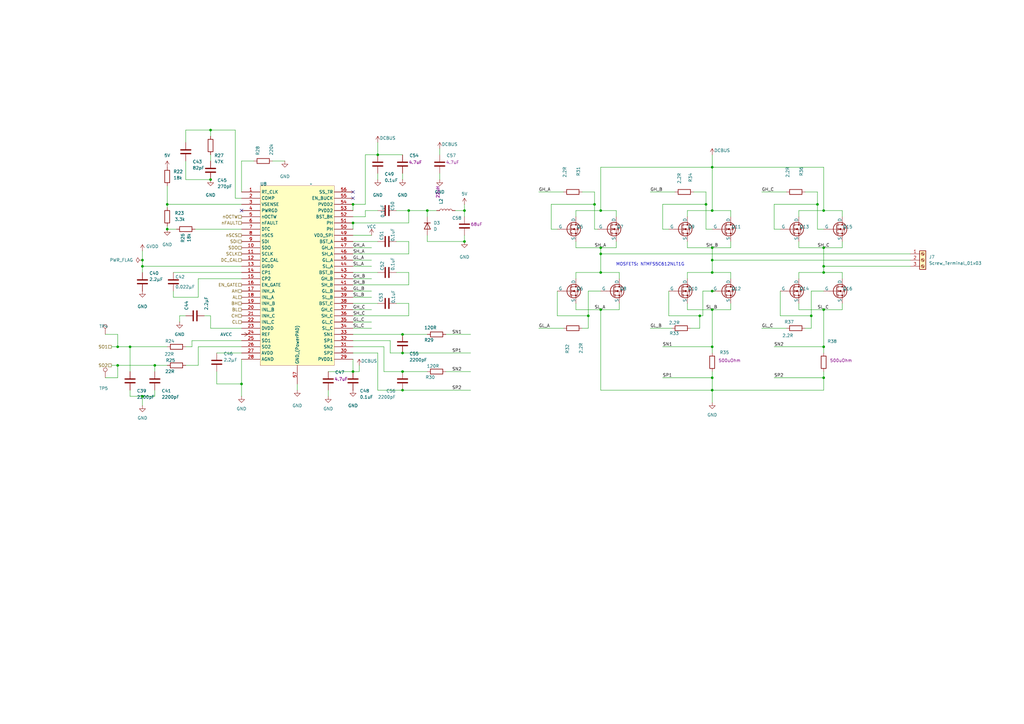
<source format=kicad_sch>
(kicad_sch (version 20231120) (generator "eeschema") (generator_version "8.0")
  (paper "A3")
  (junction (at 99.06 157.48))
  (junction (at 246.38 111.76))
  (junction (at 246.38 101.6))
  (junction (at 289.56 83.82))
  (junction (at 48.26 149.86))
  (junction (at 337.82 111.76))
  (junction (at 86.36 53.34))
  (junction (at 53.34 142.24))
  (junction (at 292.1 106.68))
  (junction (at 337.82 127))
  (junction (at 167.64 86.36))
  (junction (at 165.1 152.4))
  (junction (at 292.1 101.6))
  (junction (at 246.38 86.36))
  (junction (at 165.1 160.02))
  (junction (at 292.1 119.38))
  (junction (at 144.78 83.82))
  (junction (at 337.82 101.6))
  (junction (at 335.28 83.82))
  (junction (at 246.38 104.14))
  (junction (at 68.58 83.82))
  (junction (at 332.74 129.54))
  (junction (at 337.82 154.94))
  (junction (at 58.42 106.68))
  (junction (at 241.3 129.54))
  (junction (at 154.94 63.5))
  (junction (at 292.1 86.36))
  (junction (at 292.1 142.24))
  (junction (at 58.42 162.56))
  (junction (at 292.1 160.02))
  (junction (at 292.1 127))
  (junction (at 144.78 91.44))
  (junction (at 68.58 93.98))
  (junction (at 63.5 149.86))
  (junction (at 190.5 99.06))
  (junction (at 58.42 109.22))
  (junction (at 243.84 83.82))
  (junction (at 165.1 144.78))
  (junction (at 246.38 127))
  (junction (at 144.78 152.4))
  (junction (at 337.82 109.22))
  (junction (at 337.82 86.36))
  (junction (at 292.1 154.94))
  (junction (at 190.5 86.36))
  (junction (at 48.26 142.24))
  (junction (at 165.1 137.16))
  (junction (at 175.26 86.36))
  (junction (at 337.82 142.24))
  (junction (at 86.36 73.66))
  (junction (at 287.02 129.54))
  (junction (at 292.1 68.58))
  (junction (at 292.1 111.76))
  (no_connect (at 99.06 86.36))
  (no_connect (at 144.78 78.74))
  (no_connect (at 144.78 81.28))
  (wire (pts (xy 58.42 106.68) (xy 58.42 109.22)))
  (wire (pts (xy 271.78 142.24) (xy 292.1 142.24)))
  (wire (pts (xy 76.2 53.34) (xy 86.36 53.34)))
  (wire (pts (xy 238.76 78.74) (xy 243.84 78.74)))
  (wire (pts (xy 88.9 152.4) (xy 88.9 157.48)))
  (wire (pts (xy 58.42 109.22) (xy 99.06 109.22)))
  (wire (pts (xy 81.28 114.3) (xy 99.06 114.3)))
  (wire (pts (xy 281.94 86.36) (xy 292.1 86.36)))
  (wire (pts (xy 154.94 99.06) (xy 144.78 99.06)))
  (wire (pts (xy 111.76 66.04) (xy 116.84 66.04)))
  (wire (pts (xy 246.38 86.36) (xy 252.73 86.36)))
  (wire (pts (xy 68.58 83.82) (xy 99.06 83.82)))
  (wire (pts (xy 327.66 86.36) (xy 337.82 86.36)))
  (wire (pts (xy 144.78 101.6) (xy 152.4 101.6)))
  (wire (pts (xy 63.5 149.86) (xy 63.5 152.4)))
  (wire (pts (xy 243.84 78.74) (xy 243.84 83.82)))
  (wire (pts (xy 337.82 127) (xy 337.82 142.24)))
  (wire (pts (xy 327.66 88.9) (xy 327.66 86.36)))
  (wire (pts (xy 245.11 93.98) (xy 243.84 93.98)))
  (wire (pts (xy 73.66 129.54) (xy 76.2 129.54)))
  (wire (pts (xy 320.04 129.54) (xy 332.74 129.54)))
  (wire (pts (xy 236.22 124.46) (xy 236.22 127)))
  (wire (pts (xy 292.1 152.4) (xy 292.1 154.94)))
  (wire (pts (xy 165.1 73.66) (xy 165.1 71.12)))
  (wire (pts (xy 243.84 83.82) (xy 226.06 83.82)))
  (wire (pts (xy 86.36 53.34) (xy 86.36 55.88)))
  (wire (pts (xy 154.94 160.02) (xy 165.1 160.02)))
  (wire (pts (xy 292.1 86.36) (xy 299.72 86.36)))
  (wire (pts (xy 81.28 121.92) (xy 81.28 114.3)))
  (wire (pts (xy 186.69 86.36) (xy 190.5 86.36)))
  (wire (pts (xy 147.32 152.4) (xy 144.78 152.4)))
  (wire (pts (xy 71.12 121.92) (xy 81.28 121.92)))
  (wire (pts (xy 175.26 86.36) (xy 175.26 88.9)))
  (wire (pts (xy 86.36 53.34) (xy 96.52 53.34)))
  (wire (pts (xy 281.94 88.9) (xy 281.94 86.36)))
  (wire (pts (xy 327.66 101.6) (xy 337.82 101.6)))
  (wire (pts (xy 299.72 127) (xy 299.72 124.46)))
  (wire (pts (xy 99.06 134.62) (xy 86.36 134.62)))
  (wire (pts (xy 220.98 134.62) (xy 231.14 134.62)))
  (wire (pts (xy 288.29 129.54) (xy 287.02 129.54)))
  (wire (pts (xy 335.28 78.74) (xy 335.28 83.82)))
  (wire (pts (xy 190.5 99.06) (xy 175.26 99.06)))
  (wire (pts (xy 154.94 58.42) (xy 154.94 63.5)))
  (wire (pts (xy 99.06 157.48) (xy 99.06 162.56)))
  (wire (pts (xy 144.78 119.38) (xy 152.4 119.38)))
  (wire (pts (xy 274.32 119.38) (xy 274.32 129.54)))
  (wire (pts (xy 167.64 124.46) (xy 167.64 129.54)))
  (wire (pts (xy 292.1 68.58) (xy 337.82 68.58)))
  (wire (pts (xy 292.1 93.98) (xy 289.56 93.98)))
  (wire (pts (xy 86.36 129.54) (xy 83.82 129.54)))
  (wire (pts (xy 167.64 99.06) (xy 167.64 104.14)))
  (wire (pts (xy 252.73 101.6) (xy 252.73 99.06)))
  (wire (pts (xy 236.22 99.06) (xy 236.22 101.6)))
  (wire (pts (xy 167.64 91.44) (xy 167.64 86.36)))
  (wire (pts (xy 48.26 154.94) (xy 48.26 149.86)))
  (wire (pts (xy 292.1 165.1) (xy 292.1 160.02)))
  (wire (pts (xy 254 111.76) (xy 254 114.3)))
  (wire (pts (xy 236.22 127) (xy 246.38 127)))
  (wire (pts (xy 175.26 96.52) (xy 175.26 99.06)))
  (wire (pts (xy 48.26 149.86) (xy 45.72 149.86)))
  (wire (pts (xy 327.66 124.46) (xy 327.66 127)))
  (wire (pts (xy 162.56 124.46) (xy 167.64 124.46)))
  (wire (pts (xy 281.94 111.76) (xy 292.1 111.76)))
  (wire (pts (xy 63.5 160.02) (xy 63.5 162.56)))
  (wire (pts (xy 292.1 101.6) (xy 292.1 106.68)))
  (wire (pts (xy 289.56 93.98) (xy 289.56 83.82)))
  (wire (pts (xy 312.42 134.62) (xy 322.58 134.62)))
  (wire (pts (xy 182.88 152.4) (xy 193.04 152.4)))
  (wire (pts (xy 76.2 149.86) (xy 81.28 149.86)))
  (wire (pts (xy 134.62 152.4) (xy 144.78 152.4)))
  (wire (pts (xy 236.22 86.36) (xy 246.38 86.36)))
  (wire (pts (xy 345.44 86.36) (xy 345.44 88.9)))
  (wire (pts (xy 167.64 129.54) (xy 144.78 129.54)))
  (wire (pts (xy 271.78 83.82) (xy 271.78 93.98)))
  (wire (pts (xy 144.78 152.4) (xy 144.78 147.32)))
  (wire (pts (xy 144.78 132.08) (xy 152.4 132.08)))
  (wire (pts (xy 160.02 139.7) (xy 160.02 144.78)))
  (wire (pts (xy 327.66 99.06) (xy 327.66 101.6)))
  (wire (pts (xy 299.72 101.6) (xy 299.72 99.06)))
  (wire (pts (xy 58.42 102.87) (xy 58.42 106.68)))
  (wire (pts (xy 246.38 111.76) (xy 254 111.76)))
  (wire (pts (xy 337.82 93.98) (xy 335.28 93.98)))
  (wire (pts (xy 337.82 109.22) (xy 373.38 109.22)))
  (wire (pts (xy 144.78 139.7) (xy 160.02 139.7)))
  (wire (pts (xy 292.1 127) (xy 292.1 142.24)))
  (wire (pts (xy 281.94 114.3) (xy 281.94 111.76)))
  (wire (pts (xy 76.2 73.66) (xy 76.2 66.04)))
  (wire (pts (xy 144.78 91.44) (xy 167.64 91.44)))
  (wire (pts (xy 330.2 134.62) (xy 332.74 134.62)))
  (wire (pts (xy 149.86 63.5) (xy 154.94 63.5)))
  (wire (pts (xy 144.78 114.3) (xy 152.4 114.3)))
  (wire (pts (xy 144.78 106.68) (xy 152.4 106.68)))
  (wire (pts (xy 241.3 129.54) (xy 241.3 119.38)))
  (wire (pts (xy 165.1 160.02) (xy 193.04 160.02)))
  (wire (pts (xy 73.66 129.54) (xy 73.66 132.08)))
  (wire (pts (xy 144.78 86.36) (xy 144.78 83.82)))
  (wire (pts (xy 53.34 142.24) (xy 48.26 142.24)))
  (wire (pts (xy 236.22 101.6) (xy 246.38 101.6)))
  (wire (pts (xy 228.6 129.54) (xy 241.3 129.54)))
  (wire (pts (xy 327.66 114.3) (xy 327.66 111.76)))
  (wire (pts (xy 144.78 121.92) (xy 152.4 121.92)))
  (wire (pts (xy 292.1 154.94) (xy 292.1 160.02)))
  (wire (pts (xy 144.78 93.98) (xy 144.78 91.44)))
  (wire (pts (xy 154.94 63.5) (xy 165.1 63.5)))
  (wire (pts (xy 48.26 142.24) (xy 45.72 142.24)))
  (wire (pts (xy 165.1 152.4) (xy 175.26 152.4)))
  (wire (pts (xy 99.06 139.7) (xy 78.74 139.7)))
  (wire (pts (xy 68.58 83.82) (xy 68.58 85.09)))
  (wire (pts (xy 284.48 78.74) (xy 289.56 78.74)))
  (wire (pts (xy 281.94 101.6) (xy 292.1 101.6)))
  (wire (pts (xy 182.88 137.16) (xy 193.04 137.16)))
  (wire (pts (xy 236.22 88.9) (xy 236.22 86.36)))
  (wire (pts (xy 292.1 68.58) (xy 292.1 63.5)))
  (wire (pts (xy 149.86 88.9) (xy 149.86 86.36)))
  (wire (pts (xy 147.32 149.86) (xy 147.32 152.4)))
  (wire (pts (xy 144.78 109.22) (xy 152.4 109.22)))
  (wire (pts (xy 236.22 111.76) (xy 246.38 111.76)))
  (wire (pts (xy 332.74 129.54) (xy 332.74 119.38)))
  (wire (pts (xy 86.36 63.5) (xy 86.36 66.04)))
  (wire (pts (xy 288.29 119.38) (xy 292.1 119.38)))
  (wire (pts (xy 254 127) (xy 254 124.46)))
  (wire (pts (xy 330.2 78.74) (xy 335.28 78.74)))
  (wire (pts (xy 292.1 101.6) (xy 299.72 101.6)))
  (wire (pts (xy 96.52 81.28) (xy 96.52 53.34)))
  (wire (pts (xy 246.38 68.58) (xy 292.1 68.58)))
  (wire (pts (xy 332.74 119.38) (xy 337.82 119.38)))
  (wire (pts (xy 281.94 124.46) (xy 281.94 127)))
  (wire (pts (xy 241.3 129.54) (xy 241.3 134.62)))
  (wire (pts (xy 292.1 127) (xy 299.72 127)))
  (wire (pts (xy 81.28 142.24) (xy 81.28 149.86)))
  (wire (pts (xy 243.84 93.98) (xy 243.84 83.82)))
  (wire (pts (xy 292.1 111.76) (xy 299.72 111.76)))
  (wire (pts (xy 337.82 127) (xy 345.44 127)))
  (wire (pts (xy 226.06 83.82) (xy 226.06 93.98)))
  (wire (pts (xy 246.38 101.6) (xy 252.73 101.6)))
  (wire (pts (xy 292.1 68.58) (xy 292.1 86.36)))
  (wire (pts (xy 337.82 101.6) (xy 337.82 109.22)))
  (wire (pts (xy 271.78 93.98) (xy 274.32 93.98)))
  (wire (pts (xy 144.78 134.62) (xy 152.4 134.62)))
  (wire (pts (xy 162.56 86.36) (xy 167.64 86.36)))
  (wire (pts (xy 299.72 86.36) (xy 299.72 88.9)))
  (wire (pts (xy 157.48 142.24) (xy 144.78 142.24)))
  (wire (pts (xy 345.44 111.76) (xy 345.44 114.3)))
  (wire (pts (xy 68.58 76.2) (xy 68.58 83.82)))
  (wire (pts (xy 289.56 83.82) (xy 271.78 83.82)))
  (wire (pts (xy 335.28 93.98) (xy 335.28 83.82)))
  (wire (pts (xy 246.38 160.02) (xy 292.1 160.02)))
  (wire (pts (xy 246.38 104.14) (xy 246.38 111.76)))
  (wire (pts (xy 317.5 93.98) (xy 320.04 93.98)))
  (wire (pts (xy 167.64 116.84) (xy 144.78 116.84)))
  (wire (pts (xy 317.5 154.94) (xy 337.82 154.94)))
  (wire (pts (xy 274.32 129.54) (xy 287.02 129.54)))
  (wire (pts (xy 289.56 78.74) (xy 289.56 83.82)))
  (wire (pts (xy 287.02 134.62) (xy 287.02 129.54)))
  (wire (pts (xy 58.42 111.76) (xy 58.42 109.22)))
  (wire (pts (xy 162.56 99.06) (xy 167.64 99.06)))
  (wire (pts (xy 144.78 83.82) (xy 149.86 83.82)))
  (wire (pts (xy 144.78 144.78) (xy 154.94 144.78)))
  (wire (pts (xy 246.38 127) (xy 254 127)))
  (wire (pts (xy 165.1 137.16) (xy 175.26 137.16)))
  (wire (pts (xy 337.82 101.6) (xy 345.44 101.6)))
  (wire (pts (xy 226.06 93.98) (xy 228.6 93.98)))
  (wire (pts (xy 58.42 162.56) (xy 58.42 166.37)))
  (wire (pts (xy 63.5 149.86) (xy 68.58 149.86)))
  (wire (pts (xy 190.5 99.06) (xy 190.5 96.52)))
  (wire (pts (xy 53.34 142.24) (xy 53.34 152.4)))
  (wire (pts (xy 63.5 149.86) (xy 48.26 149.86)))
  (wire (pts (xy 312.42 78.74) (xy 322.58 78.74)))
  (wire (pts (xy 345.44 127) (xy 345.44 124.46)))
  (wire (pts (xy 337.82 111.76) (xy 345.44 111.76)))
  (wire (pts (xy 76.2 142.24) (xy 78.74 142.24)))
  (wire (pts (xy 53.34 142.24) (xy 68.58 142.24)))
  (wire (pts (xy 167.64 104.14) (xy 144.78 104.14)))
  (wire (pts (xy 180.34 60.96) (xy 180.34 63.5)))
  (wire (pts (xy 190.5 86.36) (xy 190.5 88.9)))
  (wire (pts (xy 154.94 111.76) (xy 144.78 111.76)))
  (wire (pts (xy 99.06 81.28) (xy 96.52 81.28)))
  (wire (pts (xy 317.5 83.82) (xy 317.5 93.98)))
  (wire (pts (xy 134.62 160.02) (xy 134.62 162.56)))
  (wire (pts (xy 292.1 119.38) (xy 293.37 119.38)))
  (wire (pts (xy 292.1 106.68) (xy 292.1 111.76)))
  (wire (pts (xy 337.82 142.24) (xy 337.82 144.78)))
  (wire (pts (xy 327.66 127) (xy 337.82 127)))
  (wire (pts (xy 53.34 162.56) (xy 58.42 162.56)))
  (wire (pts (xy 337.82 68.58) (xy 337.82 86.36)))
  (wire (pts (xy 252.73 86.36) (xy 252.73 88.9)))
  (wire (pts (xy 152.4 96.52) (xy 144.78 96.52)))
  (wire (pts (xy 162.56 111.76) (xy 167.64 111.76)))
  (wire (pts (xy 167.64 111.76) (xy 167.64 116.84)))
  (wire (pts (xy 246.38 104.14) (xy 373.38 104.14)))
  (wire (pts (xy 266.7 134.62) (xy 275.59 134.62)))
  (wire (pts (xy 48.26 137.16) (xy 48.26 142.24)))
  (wire (pts (xy 266.7 78.74) (xy 276.86 78.74)))
  (wire (pts (xy 99.06 78.74) (xy 99.06 66.04)))
  (wire (pts (xy 76.2 53.34) (xy 76.2 58.42)))
  (wire (pts (xy 236.22 114.3) (xy 236.22 111.76)))
  (wire (pts (xy 241.3 119.38) (xy 246.38 119.38)))
  (wire (pts (xy 68.58 93.98) (xy 72.39 93.98)))
  (wire (pts (xy 320.04 119.38) (xy 320.04 129.54)))
  (wire (pts (xy 299.72 111.76) (xy 299.72 114.3)))
  (wire (pts (xy 335.28 83.82) (xy 317.5 83.82)))
  (wire (pts (xy 160.02 144.78) (xy 165.1 144.78)))
  (wire (pts (xy 121.92 160.02) (xy 121.92 157.48)))
  (wire (pts (xy 80.01 93.98) (xy 99.06 93.98)))
  (wire (pts (xy 86.36 134.62) (xy 86.36 129.54)))
  (wire (pts (xy 99.06 111.76) (xy 71.12 111.76)))
  (wire (pts (xy 246.38 86.36) (xy 246.38 68.58)))
  (wire (pts (xy 154.94 124.46) (xy 144.78 124.46)))
  (wire (pts (xy 180.34 71.12) (xy 180.34 73.66)))
  (wire (pts (xy 99.06 142.24) (xy 81.28 142.24)))
  (wire (pts (xy 317.5 142.24) (xy 337.82 142.24)))
  (wire (pts (xy 68.58 92.71) (xy 68.58 93.98)))
  (wire (pts (xy 144.78 88.9) (xy 149.86 88.9)))
  (wire (pts (xy 144.78 127) (xy 152.4 127)))
  (wire (pts (xy 71.12 119.38) (xy 71.12 121.92)))
  (wire (pts (xy 288.29 129.54) (xy 288.29 119.38)))
  (wire (pts (xy 337.82 154.94) (xy 337.82 160.02)))
  (wire (pts (xy 58.42 162.56) (xy 63.5 162.56)))
  (wire (pts (xy 99.06 66.04) (xy 104.14 66.04)))
  (wire (pts (xy 43.18 137.16) (xy 48.26 137.16)))
  (wire (pts (xy 292.1 106.68) (xy 373.38 106.68)))
  (wire (pts (xy 337.82 152.4) (xy 337.82 154.94)))
  (wire (pts (xy 86.36 73.66) (xy 76.2 73.66)))
  (wire (pts (xy 246.38 101.6) (xy 246.38 104.14)))
  (wire (pts (xy 283.21 134.62) (xy 287.02 134.62)))
  (wire (pts (xy 154.94 71.12) (xy 154.94 73.66)))
  (wire (pts (xy 246.38 127) (xy 246.38 160.02)))
  (wire (pts (xy 157.48 152.4) (xy 157.48 142.24)))
  (wire (pts (xy 165.1 144.78) (xy 193.04 144.78)))
  (wire (pts (xy 337.82 109.22) (xy 337.82 111.76)))
  (wire (pts (xy 281.94 127) (xy 292.1 127)))
  (wire (pts (xy 292.1 160.02) (xy 337.82 160.02)))
  (wire (pts (xy 175.26 86.36) (xy 179.07 86.36)))
  (wire (pts (xy 281.94 99.06) (xy 281.94 101.6)))
  (wire (pts (xy 345.44 101.6) (xy 345.44 99.06)))
  (wire (pts (xy 167.64 86.36) (xy 175.26 86.36)))
  (wire (pts (xy 78.74 139.7) (xy 78.74 142.24)))
  (wire (pts (xy 292.1 142.24) (xy 292.1 144.78)))
  (wire (pts (xy 88.9 144.78) (xy 99.06 144.78)))
  (wire (pts (xy 53.34 162.56) (xy 53.34 160.02)))
  (wire (pts (xy 144.78 137.16) (xy 165.1 137.16)))
  (wire (pts (xy 228.6 119.38) (xy 228.6 129.54)))
  (wire (pts (xy 327.66 111.76) (xy 337.82 111.76)))
  (wire (pts (xy 88.9 157.48) (xy 99.06 157.48)))
  (wire (pts (xy 332.74 134.62) (xy 332.74 129.54)))
  (wire (pts (xy 149.86 83.82) (xy 149.86 63.5)))
  (wire (pts (xy 271.78 154.94) (xy 292.1 154.94)))
  (wire (pts (xy 190.5 83.82) (xy 190.5 86.36)))
  (wire (pts (xy 149.86 86.36) (xy 154.94 86.36)))
  (wire (pts (xy 154.94 144.78) (xy 154.94 160.02)))
  (wire (pts (xy 337.82 86.36) (xy 345.44 86.36)))
  (wire (pts (xy 220.98 78.74) (xy 231.14 78.74)))
  (wire (pts (xy 99.06 147.32) (xy 99.06 157.48)))
  (wire (pts (xy 238.76 134.62) (xy 241.3 134.62)))
  (wire (pts (xy 157.48 152.4) (xy 165.1 152.4)))
  (wire (pts (xy 43.18 154.94) (xy 48.26 154.94)))
  (text "MOSFETS: NTMFS5C612NLT1G" (at 266.7 109.22 0) (effects (font (size 1.27 1.27)) (justify bottom)))
  (label "SN1" (at 271.78 142.24 0))
  (label "SP1" (at 271.78 154.94 0))
  (label "SL_C" (at 335.28 127 0))
  (label "SL_B" (at 144.78 121.92 0))
  (label "SN2" (at 317.5 142.24 0))
  (label "SH_B" (at 289.56 101.6 0))
  (label "SH_C" (at 144.78 129.54 0))
  (label "SL_C" (at 144.78 134.62 0))
  (label "SL_A" (at 243.84 127 0))
  (label "GL_C" (at 312.42 134.62 0))
  (label "GL_C" (at 144.78 132.08 0))
  (label "GL_B" (at 144.78 119.38 0))
  (label "SP2" (at 185.42 160.02 0))
  (label "GH_B" (at 266.7 78.74 0))
  (label "SP2" (at 317.5 154.94 0))
  (label "SN1" (at 185.42 137.16 0))
  (label "SH_B" (at 144.78 116.84 0))
  (label "SH_A" (at 243.84 101.6 0))
  (label "GH_A" (at 220.98 78.74 0))
  (label "SN2" (at 185.42 152.4 0))
  (label "SH_C" (at 335.28 101.6 0))
  (label "GH_C" (at 312.42 78.74 0))
  (label "GH_A" (at 144.78 101.6 0))
  (label "SP1" (at 185.42 144.78 0))
  (label "SL_A" (at 144.78 109.22 0))
  (label "GH_C" (at 144.78 127 0))
  (label "GH_B" (at 144.78 114.3 0))
  (label "GL_A" (at 144.78 106.68 0))
  (label "SL_B" (at 289.56 127 0))
  (label "GL_A" (at 220.98 134.62 0))
  (label "GL_B" (at 266.7 134.62 0))
  (label "SH_A" (at 144.78 104.14 0))
  (hierarchical_label "nSCS" (shape passive) (at 99.06 96.52 180))
  (hierarchical_label "SDO" (shape passive) (at 99.06 101.6 180))
  (hierarchical_label "BH" (shape passive) (at 99.06 124.46 180))
  (hierarchical_label "BL" (shape passive) (at 99.06 127 180))
  (hierarchical_label "EN_GATE" (shape passive) (at 99.06 116.84 180))
  (hierarchical_label "SO1" (shape passive) (at 45.72 142.24 180))
  (hierarchical_label "nFAULT" (shape passive) (at 99.06 91.44 180))
  (hierarchical_label "SCLK" (shape passive) (at 99.06 104.14 180))
  (hierarchical_label "SO2" (shape passive) (at 45.72 149.86 180))
  (hierarchical_label "SDI" (shape passive) (at 99.06 99.06 180))
  (hierarchical_label "nOCTW" (shape passive) (at 99.06 88.9 180))
  (hierarchical_label "CL" (shape passive) (at 99.06 132.08 180))
  (hierarchical_label "AL" (shape passive) (at 99.06 121.92 180))
  (hierarchical_label "AH" (shape passive) (at 99.06 119.38 180))
  (hierarchical_label "DC_CAL" (shape passive) (at 99.06 106.68 180))
  (hierarchical_label "CH" (shape passive) (at 99.06 129.54 180))
  (symbol (lib_id "Device:C") (at 158.75 124.46 90) (unit 1)
    (property "Reference" "C53" (at 156.972 123.952 0) (effects (justify left bottom)))
    (property "Value" "${CAPACITANCE}" (at 162.052 124.46 0) (effects (justify left bottom)))
    (property "Footprint" "Capacitor_SMD:C_0603_1608Metric" (effects (hide yes)))
    (property "Description" "CAP CER 0.1UF 50V X7R 0603" (effects (hide yes)))
    (property "SUPPLIER 1" "Digi-Key" (effects (hide yes)))
    (property "SUPPLIER PART NUMBER 1" "490-1519-2-ND" (effects (hide yes)))
    (property "MANUFACTURER" "Murata Electronics North America" (effects (hide yes)))
    (property "MANUFACTURER PART NUMBER" "GRM188R71H104KA93D" (effects (hide yes)))
    (property "ROHS" "RoHS Compliant" (effects (hide yes)))
    (property "CATEGORY" "Capacitors" (effects (hide yes)))
    (property "PRICING 1" "4000=0.01822, 8000=0.01663, 12000=0.01584 (USD)" (effects (hide yes)))
    (property "PACKAGING" "Tape & Reel (TR)" (effects (hide yes)))
    (property "CAPACITANCE" "0.1uF" (effects (hide yes)))
    (property "TOLERANCE" "±10%" (effects (hide yes)))
    (property "VOLTAGE - RATED" "50V" (effects (hide yes)))
    (property "TEMPERATURE COEFFICIENT" "X7R" (effects (hide yes)))
    (property "MOUNTING TYPE" "Surface Mount, MLCC" (effects (hide yes)))
    (property "OPERATING TEMPERATURE" "-55°C ~ 125°C" (effects (hide yes)))
    (property "APPLICATIONS" "General Purpose" (effects (hide yes)))
    (property "RATINGS" "-" (effects (hide yes)))
    (property "PACKAGE / CASE" "0603 (1608 Metric)" (effects (hide yes)))
    (property "SIZE / DIMENSION" "0.063\" L x 0.032\" W (1.60mm x 0.80mm)" (effects (hide yes)))
    (property "HEIGHT - SEATED (MAX)" "-" (effects (hide yes)))
    (property "THICKNESS (MAX)" "0.035\" (0.90mm)" (effects (hide yes)))
    (property "LEAD SPACING" "-" (effects (hide yes)))
    (property "FEATURES" "-" (effects (hide yes)))
    (property "LEAD STYLE" "-" (effects (hide yes)))
    (property "COMPONENTLINK1URL" "http://www.murata.com/~/media/webrenewal/support/library/catalog/products/capacitor/mlcc/c02e.ashx?la=en-us" (effects (hide yes)))
    (property "COMPONENTLINK1DESCRIPTION" "http://www.murata.com/~/media/webrenewal/support/library/catalog/products/capacitor/mlcc/c02e.ashx?la=en-us" (effects (hide yes)))
    (property "STOCK" "19812000" (effects (hide yes)))
    (property "PART STATUS" "Active" (effects (hide yes)))
    (property "SUPPLIER 2" "Digi-Key" (effects (hide yes)))
    (property "SUPPLIER PART NUMBER 2" "490-1519-1-ND" (effects (hide yes)))
    (property "PRICING 2" "1=0.12, 10=0.084, 100=0.0396, 500=0.02778, 1000=0.023 (USD)" (effects (hide yes)))
  )
  (symbol (lib_id "power:GND") (at 190.5 99.06 0) (unit 1)
    (property "Reference" "#PWR089" (effects (hide yes)))
    (property "Value" "GND" (at 190.5 105.41 0))
  )
  (symbol (lib_id "Device:C") (at 158.75 86.36 270) (unit 1)
    (property "Reference" "C50" (at 160.274 82.55 0) (effects (justify left bottom)))
    (property "Value" "${CAPACITANCE}" (at 156.21 83.82 0) (effects (justify left bottom)))
    (property "Footprint" "Capacitor_SMD:C_0603_1608Metric" (effects (hide yes)))
    (property "Description" "CAP CER 0.1UF 50V X7R 0603" (effects (hide yes)))
    (property "SUPPLIER 1" "Digi-Key" (effects (hide yes)))
    (property "SUPPLIER PART NUMBER 1" "490-1519-2-ND" (effects (hide yes)))
    (property "MANUFACTURER" "Murata Electronics North America" (effects (hide yes)))
    (property "MANUFACTURER PART NUMBER" "GRM188R71H104KA93D" (effects (hide yes)))
    (property "ROHS" "RoHS Compliant" (effects (hide yes)))
    (property "CATEGORY" "Capacitors" (effects (hide yes)))
    (property "PRICING 1" "4000=0.01822, 8000=0.01663, 12000=0.01584 (USD)" (effects (hide yes)))
    (property "PACKAGING" "Tape & Reel (TR)" (effects (hide yes)))
    (property "CAPACITANCE" "0.1uF" (effects (hide yes)))
    (property "TOLERANCE" "±10%" (effects (hide yes)))
    (property "VOLTAGE - RATED" "50V" (effects (hide yes)))
    (property "TEMPERATURE COEFFICIENT" "X7R" (effects (hide yes)))
    (property "MOUNTING TYPE" "Surface Mount, MLCC" (effects (hide yes)))
    (property "OPERATING TEMPERATURE" "-55°C ~ 125°C" (effects (hide yes)))
    (property "APPLICATIONS" "General Purpose" (effects (hide yes)))
    (property "RATINGS" "-" (effects (hide yes)))
    (property "PACKAGE / CASE" "0603 (1608 Metric)" (effects (hide yes)))
    (property "SIZE / DIMENSION" "0.063\" L x 0.032\" W (1.60mm x 0.80mm)" (effects (hide yes)))
    (property "HEIGHT - SEATED (MAX)" "-" (effects (hide yes)))
    (property "THICKNESS (MAX)" "0.035\" (0.90mm)" (effects (hide yes)))
    (property "LEAD SPACING" "-" (effects (hide yes)))
    (property "FEATURES" "-" (effects (hide yes)))
    (property "LEAD STYLE" "-" (effects (hide yes)))
    (property "COMPONENTLINK1URL" "http://www.murata.com/~/media/webrenewal/support/library/catalog/products/capacitor/mlcc/c02e.ashx?la=en-us" (effects (hide yes)))
    (property "COMPONENTLINK1DESCRIPTION" "http://www.murata.com/~/media/webrenewal/support/library/catalog/products/capacitor/mlcc/c02e.ashx?la=en-us" (effects (hide yes)))
    (property "STOCK" "19812000" (effects (hide yes)))
    (property "PART STATUS" "Active" (effects (hide yes)))
    (property "SUPPLIER 2" "Digi-Key" (effects (hide yes)))
    (property "SUPPLIER PART NUMBER 2" "490-1519-1-ND" (effects (hide yes)))
    (property "PRICING 2" "1=0.12, 10=0.084, 100=0.0396, 500=0.02778, 1000=0.023 (USD)" (effects (hide yes)))
  )
  (symbol (lib_id "power:GND") (at 144.78 160.02 0) (unit 1)
    (property "Reference" "#PWR080" (effects (hide yes)))
    (property "Value" "GND" (at 144.78 166.37 0))
  )
  (symbol (lib_id "Connector:TestPoint") (at 43.18 154.94 0) (unit 1)
    (property "Reference" "TP5" (at 40.64 160.02 0) (effects (justify left bottom)))
    (property "Value" "TESTPOINT" (effects (hide yes)))
    (property "Footprint" "TestPoint:TestPoint_Pad_1.0x1.0mm" (effects (hide yes)))
    (property "Description" "SMD test pin" (effects (hide yes)))
  )
  (symbol (lib_id "power:VCCQ") (at 180.34 60.96 0) (unit 1)
    (property "Reference" "#PWR086" (effects (hide yes)))
    (property "Value" "DCBUS" (at 184.404 59.182 0))
    (property "Description" "Power symbol creates a global label with name \"VCCQ\"" (effects (hide yes)))
  )
  (symbol (lib_id "Device:C") (at 165.1 156.21 0) (mirror y) (unit 1)
    (property "Reference" "C56" (at 162.306 161.036 0) (effects (justify left bottom)))
    (property "Value" "${CAPACITANCE}" (at 162.306 163.576 0) (effects (justify left bottom)))
    (property "Footprint" "Capacitor_SMD:C_0603_1608Metric" (effects (hide yes)))
    (property "Description" "CAP CER 2200PF 50V NP0 0603" (effects (hide yes)))
    (property "SUPPLIER 1" "Digi-Key" (effects (hide yes)))
    (property "SUPPLIER PART NUMBER 1" "490-1459-1-ND" (effects (hide yes)))
    (property "MANUFACTURER" "Murata Electronics North America" (effects (hide yes)))
    (property "ROHS" "RoHS Compliant" (effects (hide yes)))
    (property "CATEGORY" "Capacitors" (effects (hide yes)))
    (property "STOCK 1" "850589" (effects (hide yes)))
    (property "PRICING 1" "1=0.11, 10=0.08, 25=0.058, 50=0.0434, 100=0.0355, 250=0.02972, 500=0.02536, 1000=0.01992 (USD)" (effects (hide yes)))
    (property "PACKAGING" "Cut Tape (CT)" (effects (hide yes)))
    (property "CAPACITANCE" "2200pF" (effects (hide yes)))
    (property "TOLERANCE" "±5%" (effects (hide yes)))
    (property "VOLTAGE - RATED" "50V" (effects (hide yes)))
    (property "TEMPERATURE COEFFICIENT" "C0G, NP0" (effects (hide yes)))
    (property "MOUNTING TYPE" "Surface Mount, MLCC" (effects (hide yes)))
    (property "OPERATING TEMPERATURE" "-55°C ~ 125°C" (effects (hide yes)))
    (property "APPLICATIONS" "General Purpose" (effects (hide yes)))
    (property "RATINGS" "-" (effects (hide yes)))
    (property "PACKAGE / CASE" "0603 (1608 Metric)" (effects (hide yes)))
    (property "SIZE / DIMENSION" "0.063\" L x 0.031\" W (1.60mm x 0.80mm)" (effects (hide yes)))
    (property "HEIGHT - SEATED (MAX)" "-" (effects (hide yes)))
    (property "THICKNESS (MAX)" "0.035\" (0.90mm)" (effects (hide yes)))
    (property "LEAD SPACING" "-" (effects (hide yes)))
    (property "FEATURES" "-" (effects (hide yes)))
    (property "LEAD STYLE" "-" (effects (hide yes)))
    (property "COMPONENTLINK1URL" "http://www.murata.com/~/media/webrenewal/support/library/catalog/products/capacitor/mlcc/c02e.ashx" (effects (hide yes)))
    (property "COMPONENTLINK1DESCRIPTION" "http://www.murata.com/~/media/webrenewal/support/library/catalog/products/capacitor/mlcc/c02e.ashx" (effects (hide yes)))
    (property "PART STATUS" "Active" (effects (hide yes)))
  )
  (symbol (lib_id "Device:R") (at 107.95 66.04 90) (unit 1)
    (property "Reference" "R28" (at 106.426 63.754 0) (effects (justify left bottom)))
    (property "Value" "220k" (at 112.014 63.754 0) (effects (justify left bottom)))
    (property "Footprint" "Resistor_SMD:R_0603_1608Metric" (effects (hide yes)))
    (property "Description" "RES SMD 220K OHM 1% 1/10W 0603" (effects (hide yes)))
    (property "SUPPLIER 1" "Digi-Key" (effects (hide yes)))
    (property "SUPPLIER PART NUMBER 1" "311-220KHRCT-ND" (effects (hide yes)))
    (property "MANUFACTURER" "Yageo" (effects (hide yes)))
    (property "MANUFACTURER PART NUMBER" "RC0603FR-07220KL" (effects (hide yes)))
    (property "ROHS" "RoHS Compliant" (effects (hide yes)))
    (property "CATEGORY" "Resistors" (effects (hide yes)))
    (property "STOCK 1" "204390" (effects (hide yes)))
    (property "PRICING 1" "1=0.1, 10=0.014, 25=0.01, 100=0.0057, 250=0.00436, 500=0.00348, 1000=0.00257, 2500=0.00223 (USD)" (effects (hide yes)))
    (property "PACKAGING" "Cut Tape (CT)" (effects (hide yes)))
    (property "RESISTANCE (OHMS)" "220k" (effects (hide yes)))
    (property "TOLERANCE" "±1%" (effects (hide yes)))
    (property "POWER (WATTS)" "0.1W, 1/10W" (effects (hide yes)))
    (property "COMPOSITION" "Thick Film" (effects (hide yes)))
    (property "FEATURES" "Moisture Resistant" (effects (hide yes)))
    (property "TEMPERATURE COEFFICIENT" "±100ppm/°C" (effects (hide yes)))
    (property "OPERATING TEMPERATURE" "-55°C ~ 155°C" (effects (hide yes)))
    (property "PACKAGE / CASE" "0603 (1608 Metric)" (effects (hide yes)))
    (property "SUPPLIER DEVICE PACKAGE" "0603" (effects (hide yes)))
    (property "SIZE / DIMENSION" "0.063\" L x 0.031\" W (1.60mm x 0.80mm)" (effects (hide yes)))
    (property "HEIGHT" "0.022\" (0.55mm)" (effects (hide yes)))
    (property "NUMBER OF TERMINATIONS" "2" (effects (hide yes)))
    (property "COMPONENTLINK1URL" "http://www.yageo.com/documents/recent/PYu-RC_Group_51_RoHS_L_04.pdf" (effects (hide yes)))
    (property "COMPONENTLINK1DESCRIPTION" "http://www.yageo.com/documents/recent/PYu-RC_Group_51_RoHS_L_04.pdf" (effects (hide yes)))
  )
  (symbol (lib_id "Device:R") (at 292.1 148.59 0) (unit 1)
    (property "Reference" "R35" (at 295.148 145.288 0) (effects (justify left bottom)))
    (property "Value" "500uOhm" (effects (hide yes)))
    (property "Footprint" "Resistor_SMD:R_2512_6332Metric" (effects (hide yes)))
    (property "Description" "RES SMD 0.0005 OHM 1% 3W 2512" (effects (hide yes)))
    (property "ALTIUM_VALUE" "500uOhm" (at 294.64 148.59 0) (effects (justify left bottom)))
    (property "SUPPLIER 1" "Digi-Key" (effects (hide yes)))
    (property "SUPPLIER PART NUMBER 1" "696-1183-2-ND" (effects (hide yes)))
    (property "MANUFACTURER" "Riedon" (effects (hide yes)))
    (property "ROHS" "RoHS Compliant" (effects (hide yes)))
    (property "CATEGORY" "Resistors" (effects (hide yes)))
    (property "STOCK" "2000" (effects (hide yes)))
    (property "PRICING 1" "2000=0.19817, 6000=0.1937, 10000=0.187, 50000=0.18148 (USD)" (effects (hide yes)))
    (property "PACKAGING" "Tape & Reel (TR)" (effects (hide yes)))
    (property "PART STATUS" "Active" (effects (hide yes)))
    (property "TOLERANCE" "±1%" (effects (hide yes)))
    (property "POWER (WATTS)" "3W" (effects (hide yes)))
    (property "COMPOSITION" "Metal Element" (effects (hide yes)))
    (property "FEATURES" "Current Sense" (effects (hide yes)))
    (property "TEMPERATURE COEFFICIENT" "±100ppm/°C" (effects (hide yes)))
    (property "OPERATING TEMPERATURE" "-55°C ~ 170°C" (effects (hide yes)))
    (property "PACKAGE / CASE" "2512 (6432 Metric)" (effects (hide yes)))
    (property "SUPPLIER DEVICE PACKAGE" "2512" (effects (hide yes)))
    (property "SIZE / DIMENSION" "0.250\" L x 0.118\" W (6.35mm x 3.00mm)" (effects (hide yes)))
    (property "HEIGHT - SEATED (MAX)" "0.057\" (1.45mm)" (effects (hide yes)))
    (property "FAILURE RATE" "-" (effects (hide yes)))
    (property "COMPONENTLINK1URL" "http://riedon.com/media/pdf/CSR.pdf" (effects (hide yes)))
    (property "COMPONENTLINK1DESCRIPTION" "http://riedon.com/media/pdf/CSR.pdf" (effects (hide yes)))
    (property "SUPPLIER 2" "Digi-Key" (effects (hide yes)))
    (property "SUPPLIER PART NUMBER 2" "696-1183-1-ND" (effects (hide yes)))
    (property "PRICING 2" "1=0.69, 10=0.574, 25=0.4916, 50=0.4426, 100=0.3852, 250=0.3442, 500=0.27864, 1000=0.22536 (USD)" (effects (hide yes)))
    (property "MANUFACTURER PART NUMBER" "CSR2512C0R0005F" (effects (hide yes)))
  )
  (symbol (lib_id "Device:R") (at 68.58 88.9 0) (unit 1)
    (property "Reference" "R23" (at 71.628 88.138 0) (effects (justify left bottom)))
    (property "Value" "3.3k" (at 71.628 90.678 0) (effects (justify left bottom)))
    (property "Footprint" "Resistor_SMD:R_0603_1608Metric" (effects (hide yes)))
    (property "Description" "RES SMD 3.3K OHM 1% 1/10W 0603" (effects (hide yes)))
    (property "SUPPLIER 1" "Digi-Key" (effects (hide yes)))
    (property "SUPPLIER PART NUMBER 1" "311-3.30KHRCT-ND" (effects (hide yes)))
    (property "MANUFACTURER" "Yageo" (effects (hide yes)))
    (property "MANUFACTURER PART NUMBER" "RC0603FR-073K3L" (effects (hide yes)))
    (property "ROHS" "RoHS Compliant" (effects (hide yes)))
    (property "CATEGORY" "Resistors" (effects (hide yes)))
    (property "STOCK 1" "420019" (effects (hide yes)))
    (property "PRICING 1" "1=0.1, 10=0.014, 25=0.01, 100=0.0057, 250=0.00436, 500=0.00348, 1000=0.00257, 2500=0.00223 (USD)" (effects (hide yes)))
    (property "PACKAGING" "Cut Tape (CT)" (effects (hide yes)))
    (property "RESISTANCE (OHMS)" "3.3k" (effects (hide yes)))
    (property "TOLERANCE" "±1%" (effects (hide yes)))
    (property "POWER (WATTS)" "0.1W, 1/10W" (effects (hide yes)))
    (property "COMPOSITION" "Thick Film" (effects (hide yes)))
    (property "FEATURES" "Moisture Resistant" (effects (hide yes)))
    (property "TEMPERATURE COEFFICIENT" "±100ppm/°C" (effects (hide yes)))
    (property "OPERATING TEMPERATURE" "-55°C ~ 155°C" (effects (hide yes)))
    (property "PACKAGE / CASE" "0603 (1608 Metric)" (effects (hide yes)))
    (property "SUPPLIER DEVICE PACKAGE" "0603" (effects (hide yes)))
    (property "SIZE / DIMENSION" "0.063\" L x 0.031\" W (1.60mm x 0.80mm)" (effects (hide yes)))
    (property "HEIGHT" "0.022\" (0.55mm)" (effects (hide yes)))
    (property "NUMBER OF TERMINATIONS" "2" (effects (hide yes)))
    (property "COMPONENTLINK1URL" "http://www.yageo.com/documents/recent/PYu-RC_Group_51_RoHS_L_04.pdf" (effects (hide yes)))
    (property "COMPONENTLINK1DESCRIPTION" "http://www.yageo.com/documents/recent/PYu-RC_Group_51_RoHS_L_04.pdf" (effects (hide yes)))
  )
  (symbol (lib_id "power:VCCQ") (at 147.32 149.86 0) (unit 1)
    (property "Reference" "#PWR081" (effects (hide yes)))
    (property "Value" "DCBUS" (at 151.384 148.082 0))
    (property "Description" "Power symbol creates a global label with name \"VCCQ\"" (effects (hide yes)))
  )
  (symbol (lib_id "CustomNMOS:NMOS_1") (at 250.19 93.98 0) (unit 1)
    (property "Reference" "Q7" (at 252.984 93.726 0) (effects (justify left bottom)))
    (property "Footprint" "Package_SO:ONSemi_SO-8FL_488AA" (effects (hide yes)))
    (property "Description" "MOSFET N-CH 30V 13A SO8FL" (effects (hide yes)))
    (property "SUPPLIER 1" "Digi-Key" (effects (hide yes)))
    (property "SUPPLIER PART NUMBER 1" "NTMFS4935NT1GOSCT-ND" (effects (hide yes)))
    (property "MANUFACTURER" "ON Semiconductor" (effects (hide yes)))
    (property "ROHS" "RoHS Compliant" (effects (hide yes)))
    (property "CATEGORY" "Discrete Semiconductor Products" (effects (hide yes)))
    (property "STOCK 1" "932" (effects (hide yes)))
    (property "PRICING 1" "1=0.61, 10=0.541, 100=0.4145, 500=0.3277 (USD)" (effects (hide yes)))
    (property "PACKAGING" "Cut Tape (CT)" (effects (hide yes)))
    (property "PART STATUS" "Active" (effects (hide yes)))
    (property "FET TYPE" "N-Channel" (effects (hide yes)))
    (property "TECHNOLOGY" "MOSFET (Metal Oxide)" (effects (hide yes)))
    (property "DRAIN TO SOURCE VOLTAGE (VDSS)" "30V" (effects (hide yes)))
    (property "CURRENT - CONTINUOUS DRAIN (ID) @ 25°C" "13A (Ta), 93A (Tc)" (effects (hide yes)))
    (property "DRIVE VOLTAGE (MAX RDS ON,  MIN RDS ON)" "4.5V, 10V" (effects (hide yes)))
    (property "VGS(TH) (MAX) @ ID" "2.2V @ 250µA" (effects (hide yes)))
    (property "GATE CHARGE (QG) (MAX) @ VGS" "49.4nC @ 10V" (effects (hide yes)))
    (property "INPUT CAPACITANCE (CISS) (MAX) @ VDS" "4850pF @ 15V" (effects (hide yes)))
    (property "VGS (MAX)" "±20V" (effects (hide yes)))
    (property "FET FEATURE" "-" (effects (hide yes)))
    (property "POWER DISSIPATION (MAX)" "930mW (Ta), 48W (Tc)" (effects (hide yes)))
    (property "RDS ON (MAX) @ ID, VGS" "3.2 mOhm @ 30A, 10V" (effects (hide yes)))
    (property "OPERATING TEMPERATURE" "-55°C ~ 150°C (TJ)" (effects (hide yes)))
    (property "MOUNTING TYPE" "Surface Mount" (effects (hide yes)))
    (property "SUPPLIER DEVICE PACKAGE" "5-DFN (5x6) (8-SOFL)" (effects (hide yes)))
    (property "PACKAGE / CASE" "8-PowerTDFN, 5 Leads" (effects (hide yes)))
    (property "COMPONENTLINK1URL" "http://www.onsemi.com/pub_link/Collateral/NTMFS4935N-D.PDF" (effects (hide yes)))
    (property "COMPONENTLINK1DESCRIPTION" "http://www.onsemi.com/pub_link/Collateral/NTMFS4935N-D.PDF" (effects (hide yes)))
    (property "MANUFACTURER PART NUMBER" "NTMFS4935NT1G" (effects (hide yes)))
  )
  (symbol (lib_id "power:+5V") (at 68.58 68.58 0) (unit 1)
    (property "Reference" "#PWR071" (effects (hide yes)))
    (property "Value" "5V" (at 68.58 63.754 0))
  )
  (symbol (lib_id "CustomNMOS:NMOS_1") (at 279.4 93.98 0) (unit 1)
    (property "Reference" "Q9" (at 282.194 93.726 0) (effects (justify left bottom)))
    (property "Footprint" "Package_SO:ONSemi_SO-8FL_488AA" (effects (hide yes)))
    (property "Description" "MOSFET N-CH 30V 13A SO8FL" (effects (hide yes)))
    (property "SUPPLIER 1" "Digi-Key" (effects (hide yes)))
    (property "SUPPLIER PART NUMBER 1" "NTMFS4935NT1GOSCT-ND" (effects (hide yes)))
    (property "MANUFACTURER" "ON Semiconductor" (effects (hide yes)))
    (property "ROHS" "RoHS Compliant" (effects (hide yes)))
    (property "CATEGORY" "Discrete Semiconductor Products" (effects (hide yes)))
    (property "STOCK 1" "932" (effects (hide yes)))
    (property "PRICING 1" "1=0.61, 10=0.541, 100=0.4145, 500=0.3277 (USD)" (effects (hide yes)))
    (property "PACKAGING" "Cut Tape (CT)" (effects (hide yes)))
    (property "PART STATUS" "Active" (effects (hide yes)))
    (property "FET TYPE" "N-Channel" (effects (hide yes)))
    (property "TECHNOLOGY" "MOSFET (Metal Oxide)" (effects (hide yes)))
    (property "DRAIN TO SOURCE VOLTAGE (VDSS)" "30V" (effects (hide yes)))
    (property "CURRENT - CONTINUOUS DRAIN (ID) @ 25°C" "13A (Ta), 93A (Tc)" (effects (hide yes)))
    (property "DRIVE VOLTAGE (MAX RDS ON,  MIN RDS ON)" "4.5V, 10V" (effects (hide yes)))
    (property "VGS(TH) (MAX) @ ID" "2.2V @ 250µA" (effects (hide yes)))
    (property "GATE CHARGE (QG) (MAX) @ VGS" "49.4nC @ 10V" (effects (hide yes)))
    (property "INPUT CAPACITANCE (CISS) (MAX) @ VDS" "4850pF @ 15V" (effects (hide yes)))
    (property "VGS (MAX)" "±20V" (effects (hide yes)))
    (property "FET FEATURE" "-" (effects (hide yes)))
    (property "POWER DISSIPATION (MAX)" "930mW (Ta), 48W (Tc)" (effects (hide yes)))
    (property "RDS ON (MAX) @ ID, VGS" "3.2 mOhm @ 30A, 10V" (effects (hide yes)))
    (property "OPERATING TEMPERATURE" "-55°C ~ 150°C (TJ)" (effects (hide yes)))
    (property "MOUNTING TYPE" "Surface Mount" (effects (hide yes)))
    (property "SUPPLIER DEVICE PACKAGE" "5-DFN (5x6) (8-SOFL)" (effects (hide yes)))
    (property "PACKAGE / CASE" "8-PowerTDFN, 5 Leads" (effects (hide yes)))
    (property "COMPONENTLINK1URL" "http://www.onsemi.com/pub_link/Collateral/NTMFS4935N-D.PDF" (effects (hide yes)))
    (property "COMPONENTLINK1DESCRIPTION" "http://www.onsemi.com/pub_link/Collateral/NTMFS4935N-D.PDF" (effects (hide yes)))
    (property "MANUFACTURER PART NUMBER" "NTMFS4935NT1G" (effects (hide yes)))
  )
  (symbol (lib_id "Device:C") (at 165.1 140.97 0) (unit 1)
    (property "Reference" "C55" (at 167.894 145.796 0) (effects (justify left bottom)))
    (property "Value" "${CAPACITANCE}" (at 167.894 148.336 0) (effects (justify left bottom)))
    (property "Footprint" "Capacitor_SMD:C_0603_1608Metric" (effects (hide yes)))
    (property "Description" "CAP CER 2200PF 50V NP0 0603" (effects (hide yes)))
    (property "SUPPLIER 1" "Digi-Key" (effects (hide yes)))
    (property "SUPPLIER PART NUMBER 1" "490-1459-1-ND" (effects (hide yes)))
    (property "MANUFACTURER" "Murata Electronics North America" (effects (hide yes)))
    (property "ROHS" "RoHS Compliant" (effects (hide yes)))
    (property "CATEGORY" "Capacitors" (effects (hide yes)))
    (property "STOCK 1" "850589" (effects (hide yes)))
    (property "PRICING 1" "1=0.11, 10=0.08, 25=0.058, 50=0.0434, 100=0.0355, 250=0.02972, 500=0.02536, 1000=0.01992 (USD)" (effects (hide yes)))
    (property "PACKAGING" "Cut Tape (CT)" (effects (hide yes)))
    (property "CAPACITANCE" "2200pF" (effects (hide yes)))
    (property "TOLERANCE" "±5%" (effects (hide yes)))
    (property "VOLTAGE - RATED" "50V" (effects (hide yes)))
    (property "TEMPERATURE COEFFICIENT" "C0G, NP0" (effects (hide yes)))
    (property "MOUNTING TYPE" "Surface Mount, MLCC" (effects (hide yes)))
    (property "OPERATING TEMPERATURE" "-55°C ~ 125°C" (effects (hide yes)))
    (property "APPLICATIONS" "General Purpose" (effects (hide yes)))
    (property "RATINGS" "-" (effects (hide yes)))
    (property "PACKAGE / CASE" "0603 (1608 Metric)" (effects (hide yes)))
    (property "SIZE / DIMENSION" "0.063\" L x 0.031\" W (1.60mm x 0.80mm)" (effects (hide yes)))
    (property "HEIGHT - SEATED (MAX)" "-" (effects (hide yes)))
    (property "THICKNESS (MAX)" "0.035\" (0.90mm)" (effects (hide yes)))
    (property "LEAD SPACING" "-" (effects (hide yes)))
    (property "FEATURES" "-" (effects (hide yes)))
    (property "LEAD STYLE" "-" (effects (hide yes)))
    (property "COMPONENTLINK1URL" "http://www.murata.com/~/media/webrenewal/support/library/catalog/products/capacitor/mlcc/c02e.ashx" (effects (hide yes)))
    (property "COMPONENTLINK1DESCRIPTION" "http://www.murata.com/~/media/webrenewal/support/library/catalog/products/capacitor/mlcc/c02e.ashx" (effects (hide yes)))
    (property "PART STATUS" "Active" (effects (hide yes)))
  )
  (symbol (lib_id "Device:L") (at 182.88 86.36 90) (unit 1)
    (property "Reference" "L2" (at 181.61 83.82 0) (effects (justify left bottom)))
    (property "Value" "22uH" (effects (hide yes)))
    (property "Footprint" "Inductor_SMD:L_Taiyo-Yuden_NR-60xx" (effects (hide yes)))
    (property "Description" "INDUCTOR 22UH 1.4A 175.5 MOHM" (effects (hide yes)))
    (property "ALTIUM_VALUE" "22uH" (at 180.34 81.28 0) (effects (justify left bottom)))
  )
  (symbol (lib_id "Device:C") (at 134.62 156.21 0) (unit 1)
    (property "Reference" "C47" (at 137.414 153.416 0) (effects (justify left bottom)))
    (property "Value" "4.7uF" (effects (hide yes)))
    (property "Footprint" "Capacitor_SMD:C_0805_2012Metric" (effects (hide yes)))
    (property "Description" "CAP CER 4.7UF 35V X5R 0805" (effects (hide yes)))
    (property "SUPPLIER 1" "Digi-Key" (effects (hide yes)))
    (property "SUPPLIER PART NUMBER 1" "490-7208-2-ND" (effects (hide yes)))
    (property "MANUFACTURER" "Murata Electronics North America" (effects (hide yes)))
    (property "ROHS" "RoHS Compliant" (effects (hide yes)))
    (property "CATEGORY" "Capacitors" (effects (hide yes)))
    (property "PRICING 1" "4000=0.05126, 8000=0.0487, 12000=0.04613 (USD)" (effects (hide yes)))
    (property "PACKAGING" "Tape & Reel (TR)" (effects (hide yes)))
    (property "PART STATUS" "Active" (effects (hide yes)))
    (property "TOLERANCE" "±10%" (effects (hide yes)))
    (property "VOLTAGE - RATED" "35V" (effects (hide yes)))
    (property "TEMPERATURE COEFFICIENT" "X5R" (effects (hide yes)))
    (property "OPERATING TEMPERATURE" "-55°C ~ 85°C" (effects (hide yes)))
    (property "FEATURES" "Derating Recommended" (effects (hide yes)))
    (property "RATINGS" "-" (effects (hide yes)))
    (property "APPLICATIONS" "General Purpose" (effects (hide yes)))
    (property "MOUNTING TYPE" "Surface Mount, MLCC" (effects (hide yes)))
    (property "PACKAGE / CASE" "0805 (2012 Metric)" (effects (hide yes)))
    (property "SIZE / DIMENSION" "0.079\" L x 0.049\" W (2.01mm x 1.25mm)" (effects (hide yes)))
    (property "HEIGHT - SEATED (MAX)" "-" (effects (hide yes)))
    (property "THICKNESS (MAX)" "0.037\" (0.95mm)" (effects (hide yes)))
    (property "LEAD SPACING" "-" (effects (hide yes)))
    (property "LEAD STYLE" "-" (effects (hide yes)))
    (property "COMPONENTLINK1URL" "http://www.murata.com/~/media/webrenewal/support/library/catalog/products/capacitor/mlcc/c02e.ashx?la=en-us" (effects (hide yes)))
    (property "COMPONENTLINK1DESCRIPTION" "http://www.murata.com/~/media/webrenewal/support/library/catalog/products/capacitor/mlcc/c02e.ashx?la=en-us" (effects (hide yes)))
    (property "SUPPLIER 2" "Digi-Key" (effects (hide yes)))
    (property "SUPPLIER PART NUMBER 2" "490-7208-1-ND" (effects (hide yes)))
    (property "PRICING 2" "1=0.26, 10=0.177, 100=0.1002, 500=0.07076, 1000=0.06191 (USD)" (effects (hide yes)))
    (property "ALTIUM_VALUE" "4.7uF" (at 137.16 156.21 0) (effects (justify left bottom)))
    (property "STOCK" "152000" (effects (hide yes)))
    (property "MANUFACTURER PART NUMBER" "GRM219R6YA475KA73D" (effects (hide yes)))
  )
  (symbol (lib_id "Device:R") (at 279.4 134.62 270) (unit 1)
    (property "Reference" "R33" (at 274.574 137.414 90) (effects (justify left bottom)))
    (property "Value" "2.2R" (at 274.32 133.096 90) (effects (justify left bottom)))
    (property "Footprint" "Resistor_SMD:R_0603_1608Metric" (effects (hide yes)))
    (property "Description" "RES SMD 2.2 OHM 1% 1/10W 0603" (effects (hide yes)))
    (property "SUPPLIER 1" "Digi-Key" (effects (hide yes)))
    (property "SUPPLIER PART NUMBER 1" "311-2.2HRCT-ND" (effects (hide yes)))
    (property "MANUFACTURER" "Yageo" (effects (hide yes)))
    (property "MANUFACTURER PART NUMBER" "RC0603FR-072R2L" (effects (hide yes)))
    (property "ROHS" "RoHS Compliant" (effects (hide yes)))
    (property "CATEGORY" "Resistors" (effects (hide yes)))
    (property "STOCK 1" "16531" (effects (hide yes)))
    (property "PRICING 1" "1=0.1, 10=0.02, 25=0.0144, 100=0.0082, 250=0.00624, 500=0.00498, 1000=0.00367, 2500=0.00319 (USD)" (effects (hide yes)))
    (property "PACKAGING" "Cut Tape (CT)" (effects (hide yes)))
    (property "RESISTANCE (OHMS)" "2.2" (effects (hide yes)))
    (property "TOLERANCE" "±1%" (effects (hide yes)))
    (property "POWER (WATTS)" "0.1W, 1/10W" (effects (hide yes)))
    (property "COMPOSITION" "Thick Film" (effects (hide yes)))
    (property "FEATURES" "Moisture Resistant" (effects (hide yes)))
    (property "TEMPERATURE COEFFICIENT" "±200ppm/°C" (effects (hide yes)))
    (property "OPERATING TEMPERATURE" "-55°C ~ 155°C" (effects (hide yes)))
    (property "PACKAGE / CASE" "0603 (1608 Metric)" (effects (hide yes)))
    (property "SUPPLIER DEVICE PACKAGE" "0603" (effects (hide yes)))
    (property "SIZE / DIMENSION" "0.063\" L x 0.031\" W (1.60mm x 0.80mm)" (effects (hide yes)))
    (property "HEIGHT" "0.022\" (0.55mm)" (effects (hide yes)))
    (property "NUMBER OF TERMINATIONS" "2" (effects (hide yes)))
    (property "COMPONENTLINK1URL" "http://www.yageo.com/documents/recent/PYu-RC_Group_51_RoHS_L_04.pdf" (effects (hide yes)))
    (property "COMPONENTLINK1DESCRIPTION" "http://www.yageo.com/documents/recent/PYu-RC_Group_51_RoHS_L_04.pdf" (effects (hide yes)))
  )
  (symbol (lib_id "Device:R") (at 72.39 142.24 90) (unit 1)
    (property "Reference" "R24" (at 71.628 139.192 90) (effects (justify left bottom)))
    (property "Value" "22R" (at 71.374 144.526 90) (effects (justify left bottom)))
    (property "Footprint" "Resistor_SMD:R_0603_1608Metric" (effects (hide yes)))
    (property "Description" "RES SMD 22 OHM 1% 1/10W 0603" (effects (hide yes)))
    (property "SUPPLIER 1" "Digi-Key" (effects (hide yes)))
    (property "SUPPLIER PART NUMBER 1" "311-22.0HRCT-ND" (effects (hide yes)))
    (property "MANUFACTURER" "Yageo" (effects (hide yes)))
    (property "MANUFACTURER PART NUMBER" "RC0603FR-0722RL" (effects (hide yes)))
    (property "ROHS" "RoHS Compliant" (effects (hide yes)))
    (property "CATEGORY" "Resistors" (effects (hide yes)))
    (property "STOCK 1" "575303" (effects (hide yes)))
    (property "PRICING 1" "1=0.1, 10=0.014, 25=0.01, 100=0.0057, 250=0.00436, 500=0.00348, 1000=0.00257, 2500=0.00223 (USD)" (effects (hide yes)))
    (property "PACKAGING" "Cut Tape (CT)" (effects (hide yes)))
    (property "RESISTANCE (OHMS)" "22" (effects (hide yes)))
    (property "TOLERANCE" "±1%" (effects (hide yes)))
    (property "POWER (WATTS)" "0.1W, 1/10W" (effects (hide yes)))
    (property "COMPOSITION" "Thick Film" (effects (hide yes)))
    (property "FEATURES" "Moisture Resistant" (effects (hide yes)))
    (property "TEMPERATURE COEFFICIENT" "±100ppm/°C" (effects (hide yes)))
    (property "OPERATING TEMPERATURE" "-55°C ~ 155°C" (effects (hide yes)))
    (property "PACKAGE / CASE" "0603 (1608 Metric)" (effects (hide yes)))
    (property "SUPPLIER DEVICE PACKAGE" "0603" (effects (hide yes)))
    (property "SIZE / DIMENSION" "0.063\" L x 0.031\" W (1.60mm x 0.80mm)" (effects (hide yes)))
    (property "HEIGHT" "0.022\" (0.55mm)" (effects (hide yes)))
    (property "NUMBER OF TERMINATIONS" "2" (effects (hide yes)))
    (property "COMPONENTLINK1URL" "http://www.yageo.com/documents/recent/PYu-RC_Group_51_RoHS_L_04.pdf" (effects (hide yes)))
    (property "COMPONENTLINK1DESCRIPTION" "http://www.yageo.com/documents/recent/PYu-RC_Group_51_RoHS_L_04.pdf" (effects (hide yes)))
  )
  (symbol (lib_id "CustomNMOS:NMOS_1") (at 297.18 119.38 0) (unit 1)
    (property "Reference" "Q12" (at 299.974 119.126 0) (effects (justify left bottom)))
    (property "Footprint" "Package_SO:ONSemi_SO-8FL_488AA" (effects (hide yes)))
    (property "Datasheet" "https://ngspice.sourceforge.io/docs/ngspice-html-manual/manual.xhtml#cha_MOSFETs" (effects (hide yes)))
    (property "Description" "MOSFET N-CH 30V 13A SO8FL" (effects (hide yes)))
    (property "SUPPLIER 1" "Digi-Key" (effects (hide yes)))
    (property "SUPPLIER PART NUMBER 1" "NTMFS4935NT1GOSCT-ND" (effects (hide yes)))
    (property "MANUFACTURER" "ON Semiconductor" (effects (hide yes)))
    (property "ROHS" "RoHS Compliant" (effects (hide yes)))
    (property "CATEGORY" "Discrete Semiconductor Products" (effects (hide yes)))
    (property "STOCK 1" "932" (effects (hide yes)))
    (property "PRICING 1" "1=0.61, 10=0.541, 100=0.4145, 500=0.3277 (USD)" (effects (hide yes)))
    (property "PACKAGING" "Cut Tape (CT)" (effects (hide yes)))
    (property "PART STATUS" "Active" (effects (hide yes)))
    (property "FET TYPE" "N-Channel" (effects (hide yes)))
    (property "TECHNOLOGY" "MOSFET (Metal Oxide)" (effects (hide yes)))
    (property "DRAIN TO SOURCE VOLTAGE (VDSS)" "30V" (effects (hide yes)))
    (property "CURRENT - CONTINUOUS DRAIN (ID) @ 25°C" "13A (Ta), 93A (Tc)" (effects (hide yes)))
    (property "DRIVE VOLTAGE (MAX RDS ON,  MIN RDS ON)" "4.5V, 10V" (effects (hide yes)))
    (property "VGS(TH) (MAX) @ ID" "2.2V @ 250µA" (effects (hide yes)))
    (property "GATE CHARGE (QG) (MAX) @ VGS" "49.4nC @ 10V" (effects (hide yes)))
    (property "INPUT CAPACITANCE (CISS) (MAX) @ VDS" "4850pF @ 15V" (effects (hide yes)))
    (property "VGS (MAX)" "±20V" (effects (hide yes)))
    (property "FET FEATURE" "-" (effects (hide yes)))
    (property "POWER DISSIPATION (MAX)" "930mW (Ta), 48W (Tc)" (effects (hide yes)))
    (property "RDS ON (MAX) @ ID, VGS" "3.2 mOhm @ 30A, 10V" (effects (hide yes)))
    (property "OPERATING TEMPERATURE" "-55°C ~ 150°C (TJ)" (effects (hide yes)))
    (property "MOUNTING TYPE" "Surface Mount" (effects (hide yes)))
    (property "SUPPLIER DEVICE PACKAGE" "5-DFN (5x6) (8-SOFL)" (effects (hide yes)))
    (property "PACKAGE / CASE" "8-PowerTDFN, 5 Leads" (effects (hide yes)))
    (property "COMPONENTLINK1URL" "http://www.onsemi.com/pub_link/Collateral/NTMFS4935N-D.PDF" (effects (hide yes)))
    (property "COMPONENTLINK1DESCRIPTION" "http://www.onsemi.com/pub_link/Collateral/NTMFS4935N-D.PDF" (effects (hide yes)))
    (property "MANUFACTURER PART NUMBER" "NTMFS4935NT1G" (effects (hide yes)))
    (property "Sim.Device" "NMOS" (effects (hide yes)))
    (property "Sim.Type" "VDMOS" (effects (hide yes)))
    (property "Sim.Pins" "1=D 2=G 3=S" (effects (hide yes)))
  )
  (symbol (lib_id "Device:C") (at 158.75 111.76 90) (unit 1)
    (property "Reference" "C52" (at 157.48 110.998 0) (effects (justify left bottom)))
    (property "Value" "${CAPACITANCE}" (at 161.798 110.998 0) (effects (justify left bottom)))
    (property "Footprint" "Capacitor_SMD:C_0603_1608Metric" (effects (hide yes)))
    (property "Description" "CAP CER 0.1UF 50V X7R 0603" (effects (hide yes)))
    (property "SUPPLIER 1" "Digi-Key" (effects (hide yes)))
    (property "SUPPLIER PART NUMBER 1" "490-1519-2-ND" (effects (hide yes)))
    (property "MANUFACTURER" "Murata Electronics North America" (effects (hide yes)))
    (property "MANUFACTURER PART NUMBER" "GRM188R71H104KA93D" (effects (hide yes)))
    (property "ROHS" "RoHS Compliant" (effects (hide yes)))
    (property "CATEGORY" "Capacitors" (effects (hide yes)))
    (property "PRICING 1" "4000=0.01822, 8000=0.01663, 12000=0.01584 (USD)" (effects (hide yes)))
    (property "PACKAGING" "Tape & Reel (TR)" (effects (hide yes)))
    (property "CAPACITANCE" "0.1uF" (effects (hide yes)))
    (property "TOLERANCE" "±10%" (effects (hide yes)))
    (property "VOLTAGE - RATED" "50V" (effects (hide yes)))
    (property "TEMPERATURE COEFFICIENT" "X7R" (effects (hide yes)))
    (property "MOUNTING TYPE" "Surface Mount, MLCC" (effects (hide yes)))
    (property "OPERATING TEMPERATURE" "-55°C ~ 125°C" (effects (hide yes)))
    (property "APPLICATIONS" "General Purpose" (effects (hide yes)))
    (property "RATINGS" "-" (effects (hide yes)))
    (property "PACKAGE / CASE" "0603 (1608 Metric)" (effects (hide yes)))
    (property "SIZE / DIMENSION" "0.063\" L x 0.032\" W (1.60mm x 0.80mm)" (effects (hide yes)))
    (property "HEIGHT - SEATED (MAX)" "-" (effects (hide yes)))
    (property "THICKNESS (MAX)" "0.035\" (0.90mm)" (effects (hide yes)))
    (property "LEAD SPACING" "-" (effects (hide yes)))
    (property "FEATURES" "-" (effects (hide yes)))
    (property "LEAD STYLE" "-" (effects (hide yes)))
    (property "COMPONENTLINK1URL" "http://www.murata.com/~/media/webrenewal/support/library/catalog/products/capacitor/mlcc/c02e.ashx?la=en-us" (effects (hide yes)))
    (property "COMPONENTLINK1DESCRIPTION" "http://www.murata.com/~/media/webrenewal/support/library/catalog/products/capacitor/mlcc/c02e.ashx?la=en-us" (effects (hide yes)))
    (property "STOCK" "19812000" (effects (hide yes)))
    (property "PART STATUS" "Active" (effects (hide yes)))
    (property "SUPPLIER 2" "Digi-Key" (effects (hide yes)))
    (property "SUPPLIER PART NUMBER 2" "490-1519-1-ND" (effects (hide yes)))
    (property "PRICING 2" "1=0.12, 10=0.084, 100=0.0396, 500=0.02778, 1000=0.023 (USD)" (effects (hide yes)))
  )
  (symbol (lib_id "power:VCC") (at 99.06 137.16 270) (unit 1)
    (property "Reference" "#PWR075" (effects (hide yes)))
    (property "Value" "AVCC" (at 95.25 137.16 90) (effects (justify right)))
  )
  (symbol (lib_id "CustomNMOS:NMOS_1") (at 279.4 119.38 0) (unit 1)
    (property "Reference" "Q10" (at 282.194 119.126 0) (effects (justify left bottom)))
    (property "Footprint" "Package_SO:ONSemi_SO-8FL_488AA" (effects (hide yes)))
    (property "Datasheet" "https://ngspice.sourceforge.io/docs/ngspice-html-manual/manual.xhtml#cha_MOSFETs" (effects (hide yes)))
    (property "Description" "MOSFET N-CH 30V 13A SO8FL" (effects (hide yes)))
    (property "SUPPLIER 1" "Digi-Key" (effects (hide yes)))
    (property "SUPPLIER PART NUMBER 1" "NTMFS4935NT1GOSCT-ND" (effects (hide yes)))
    (property "MANUFACTURER" "ON Semiconductor" (effects (hide yes)))
    (property "ROHS" "RoHS Compliant" (effects (hide yes)))
    (property "CATEGORY" "Discrete Semiconductor Products" (effects (hide yes)))
    (property "STOCK 1" "932" (effects (hide yes)))
    (property "PRICING 1" "1=0.61, 10=0.541, 100=0.4145, 500=0.3277 (USD)" (effects (hide yes)))
    (property "PACKAGING" "Cut Tape (CT)" (effects (hide yes)))
    (property "PART STATUS" "Active" (effects (hide yes)))
    (property "FET TYPE" "N-Channel" (effects (hide yes)))
    (property "TECHNOLOGY" "MOSFET (Metal Oxide)" (effects (hide yes)))
    (property "DRAIN TO SOURCE VOLTAGE (VDSS)" "30V" (effects (hide yes)))
    (property "CURRENT - CONTINUOUS DRAIN (ID) @ 25°C" "13A (Ta), 93A (Tc)" (effects (hide yes)))
    (property "DRIVE VOLTAGE (MAX RDS ON,  MIN RDS ON)" "4.5V, 10V" (effects (hide yes)))
    (property "VGS(TH) (MAX) @ ID" "2.2V @ 250µA" (effects (hide yes)))
    (property "GATE CHARGE (QG) (MAX) @ VGS" "49.4nC @ 10V" (effects (hide yes)))
    (property "INPUT CAPACITANCE (CISS) (MAX) @ VDS" "4850pF @ 15V" (effects (hide yes)))
    (property "VGS (MAX)" "±20V" (effects (hide yes)))
    (property "FET FEATURE" "-" (effects (hide yes)))
    (property "POWER DISSIPATION (MAX)" "930mW (Ta), 48W (Tc)" (effects (hide yes)))
    (property "RDS ON (MAX) @ ID, VGS" "3.2 mOhm @ 30A, 10V" (effects (hide yes)))
    (property "OPERATING TEMPERATURE" "-55°C ~ 150°C (TJ)" (effects (hide yes)))
    (property "MOUNTING TYPE" "Surface Mount" (effects (hide yes)))
    (property "SUPPLIER DEVICE PACKAGE" "5-DFN (5x6) (8-SOFL)" (effects (hide yes)))
    (property "PACKAGE / CASE" "8-PowerTDFN, 5 Leads" (effects (hide yes)))
    (property "COMPONENTLINK1URL" "http://www.onsemi.com/pub_link/Collateral/NTMFS4935N-D.PDF" (effects (hide yes)))
    (property "COMPONENTLINK1DESCRIPTION" "http://www.onsemi.com/pub_link/Collateral/NTMFS4935N-D.PDF" (effects (hide yes)))
    (property "MANUFACTURER PART NUMBER" "NTMFS4935NT1G" (effects (hide yes)))
    (property "Sim.Device" "NMOS" (effects (hide yes)))
    (property "Sim.Type" "VDMOS" (effects (hide yes)))
    (property "Sim.Pins" "1=D 2=G 3=S" (effects (hide yes)))
  )
  (symbol (lib_id "power:GND") (at 99.06 162.56 0) (unit 1)
    (property "Reference" "#PWR076" (effects (hide yes)))
    (property "Value" "GND" (at 99.06 167.64 0))
    (property "Description" "Power symbol creates a global label with name \"GND\" , ground" (effects (hide yes)))
  )
  (symbol (lib_id "power:GND") (at 58.42 166.37 0) (unit 1)
    (property "Reference" "#PWR070" (effects (hide yes)))
    (property "Value" "GND" (at 58.42 171.45 0))
    (property "Description" "Power symbol creates a global label with name \"GND\" , ground" (effects (hide yes)))
  )
  (symbol (lib_id "Device:C") (at 190.5 92.71 0) (unit 1)
    (property "Reference" "C58" (at 185.42 90.17 0) (effects (justify left bottom)))
    (property "Value" "68uF" (effects (hide yes)))
    (property "Footprint" "Capacitor_Tantalum_SMD:CP_EIA-6032-28_Kemet-C" (effects (hide yes)))
    (property "Description" "CAP TANT 68UF 16V 20% 2312 250mOhm" (effects (hide yes)))
    (property "ALTIUM_VALUE" "68uF" (at 193.04 92.71 0) (effects (justify left bottom)))
    (property "SUPPLIER 1" "Digi-Key" (effects (hide yes)))
    (property "SUPPLIER PART NUMBER 1" "399-10452-1-ND" (effects (hide yes)))
    (property "MANUFACTURER" "KEMET" (effects (hide yes)))
    (property "ROHS" "RoHS Compliant" (effects (hide yes)))
    (property "CATEGORY" "Capacitors" (effects (hide yes)))
    (property "STOCK" "39507" (effects (hide yes)))
    (property "PRICING 1" "1=0.98, 10=0.747, 100=0.5345 (USD)" (effects (hide yes)))
    (property "PACKAGING" "Cut Tape (CT)" (effects (hide yes)))
    (property "PART STATUS" "Active" (effects (hide yes)))
    (property "TOLERANCE" "±20%" (effects (hide yes)))
    (property "TYPE" "Molded" (effects (hide yes)))
    (property "ESR (EQUIVALENT SERIES RESISTANCE)" "250 mOhm" (effects (hide yes)))
    (property "OPERATING TEMPERATURE" "-55°C ~ 125°C" (effects (hide yes)))
    (property "LIFETIME @ TEMP." "2000 Hrs @ 85°C" (effects (hide yes)))
    (property "MOUNTING TYPE" "Surface Mount" (effects (hide yes)))
    (property "PACKAGE / CASE" "2312 (6032 Metric)" (effects (hide yes)))
    (property "SIZE / DIMENSION" "0.236\" L x 0.126\" W (6.00mm x 3.20mm)" (effects (hide yes)))
    (property "HEIGHT - SEATED (MAX)" "0.110\" (2.80mm)" (effects (hide yes)))
    (property "LEAD SPACING" "-" (effects (hide yes)))
    (property "MANUFACTURER SIZE CODE" "C" (effects (hide yes)))
    (property "FEATURES" "General Purpose" (effects (hide yes)))
    (property "FAILURE RATE" "-" (effects (hide yes)))
    (property "COMPONENTLINK1URL" "https://search.kemet.com/component-edge/download/datasheet/T495C686M016ATE250.pdf" (effects (hide yes)))
    (property "COMPONENTLINK1DESCRIPTION" "https://search.kemet.com/component-edge/download/datasheet/T495C686M016ATE250.pdf" (effects (hide yes)))
    (property "SUPPLIER 2" "Digi-Key" (effects (hide yes)))
    (property "SUPPLIER PART NUMBER 2" "399-10452-2-ND" (effects (hide yes)))
    (property "PRICING 2" "500=0.35986, 1000=0.30988, 2500=0.28988, 5000=0.27608 (USD)" (effects (hide yes)))
    (property "MANUFACTURER PART NUMBER" "T495C686M016ATE250" (effects (hide yes)))
  )
  (symbol (lib_id "Device:C") (at 158.75 99.06 90) (unit 1)
    (property "Reference" "C51" (at 157.226 98.552 0) (effects (justify left bottom)))
    (property "Value" "${CAPACITANCE}" (at 161.798 99.06 0) (effects (justify left bottom)))
    (property "Footprint" "Capacitor_SMD:C_0603_1608Metric" (effects (hide yes)))
    (property "Description" "CAP CER 0.1UF 50V X7R 0603" (effects (hide yes)))
    (property "SUPPLIER 1" "Digi-Key" (effects (hide yes)))
    (property "SUPPLIER PART NUMBER 1" "490-1519-2-ND" (effects (hide yes)))
    (property "MANUFACTURER" "Murata Electronics North America" (effects (hide yes)))
    (property "MANUFACTURER PART NUMBER" "GRM188R71H104KA93D" (effects (hide yes)))
    (property "ROHS" "RoHS Compliant" (effects (hide yes)))
    (property "CATEGORY" "Capacitors" (effects (hide yes)))
    (property "PRICING 1" "4000=0.01822, 8000=0.01663, 12000=0.01584 (USD)" (effects (hide yes)))
    (property "PACKAGING" "Tape & Reel (TR)" (effects (hide yes)))
    (property "CAPACITANCE" "0.1uF" (effects (hide yes)))
    (property "TOLERANCE" "±10%" (effects (hide yes)))
    (property "VOLTAGE - RATED" "50V" (effects (hide yes)))
    (property "TEMPERATURE COEFFICIENT" "X7R" (effects (hide yes)))
    (property "MOUNTING TYPE" "Surface Mount, MLCC" (effects (hide yes)))
    (property "OPERATING TEMPERATURE" "-55°C ~ 125°C" (effects (hide yes)))
    (property "APPLICATIONS" "General Purpose" (effects (hide yes)))
    (property "RATINGS" "-" (effects (hide yes)))
    (property "PACKAGE / CASE" "0603 (1608 Metric)" (effects (hide yes)))
    (property "SIZE / DIMENSION" "0.063\" L x 0.032\" W (1.60mm x 0.80mm)" (effects (hide yes)))
    (property "HEIGHT - SEATED (MAX)" "-" (effects (hide yes)))
    (property "THICKNESS (MAX)" "0.035\" (0.90mm)" (effects (hide yes)))
    (property "LEAD SPACING" "-" (effects (hide yes)))
    (property "FEATURES" "-" (effects (hide yes)))
    (property "LEAD STYLE" "-" (effects (hide yes)))
    (property "COMPONENTLINK1URL" "http://www.murata.com/~/media/webrenewal/support/library/catalog/products/capacitor/mlcc/c02e.ashx?la=en-us" (effects (hide yes)))
    (property "COMPONENTLINK1DESCRIPTION" "http://www.murata.com/~/media/webrenewal/support/library/catalog/products/capacitor/mlcc/c02e.ashx?la=en-us" (effects (hide yes)))
    (property "STOCK" "19812000" (effects (hide yes)))
    (property "PART STATUS" "Active" (effects (hide yes)))
    (property "SUPPLIER 2" "Digi-Key" (effects (hide yes)))
    (property "SUPPLIER PART NUMBER 2" "490-1519-1-ND" (effects (hide yes)))
    (property "PRICING 2" "1=0.12, 10=0.084, 100=0.0396, 500=0.02778, 1000=0.023 (USD)" (effects (hide yes)))
  )
  (symbol (lib_id "Connector:Screw_Terminal_01x03") (at 378.46 106.68 0) (unit 1)
    (property "Reference" "J7" (at 381 105.4099 0) (effects (justify left)))
    (property "Value" "Screw_Terminal_01x03" (at 381 107.9499 0) (effects (justify left)))
    (property "Footprint" "Hole-Mounts:Three-Hole" (effects (hide yes)))
    (property "Description" "Generic screw terminal, single row, 01x03, script generated (kicad-library-utils/schlib/autogen/connector/)" (effects (hide yes)))
  )
  (symbol (lib_id "Device:C") (at 80.01 129.54 90) (unit 1)
    (property "Reference" "C44" (at 77.216 127.254 0) (effects (justify left bottom)))
    (property "Value" "${CAPACITANCE}" (at 85.344 127.254 0) (effects (justify left bottom)))
    (property "Footprint" "Capacitor_SMD:C_0603_1608Metric" (effects (hide yes)))
    (property "Description" "CAP CER 2.2UF 16V X5R 0603" (effects (hide yes)))
    (property "SUPPLIER 1" "Digi-Key" (effects (hide yes)))
    (property "SUPPLIER PART NUMBER 1" "490-3296-1-ND" (effects (hide yes)))
    (property "MANUFACTURER" "Murata Electronics North America" (effects (hide yes)))
    (property "MANUFACTURER PART NUMBER" "GRM188R61C225KE15D" (effects (hide yes)))
    (property "ROHS" "RoHS Compliant" (effects (hide yes)))
    (property "CATEGORY" "Capacitors" (effects (hide yes)))
    (property "STOCK 1" "1255740" (effects (hide yes)))
    (property "PRICING 1" "1=0.12, 10=0.08, 50=0.046, 100=0.038, 250=0.032, 500=0.0268, 1000=0.022 (USD)" (effects (hide yes)))
    (property "PACKAGING" "Cut Tape (CT)" (effects (hide yes)))
    (property "CAPACITANCE" "2.2µF" (effects (hide yes)))
    (property "TOLERANCE" "±10%" (effects (hide yes)))
    (property "VOLTAGE - RATED" "16V" (effects (hide yes)))
    (property "TEMPERATURE COEFFICIENT" "X5R" (effects (hide yes)))
    (property "MOUNTING TYPE" "Surface Mount, MLCC" (effects (hide yes)))
    (property "OPERATING TEMPERATURE" "-55°C ~ 85°C" (effects (hide yes)))
    (property "APPLICATIONS" "General Purpose" (effects (hide yes)))
    (property "RATINGS" "-" (effects (hide yes)))
    (property "PACKAGE / CASE" "0603 (1608 Metric)" (effects (hide yes)))
    (property "SIZE / DIMENSION" "0.063\" L x 0.031\" W (1.60mm x 0.80mm)" (effects (hide yes)))
    (property "HEIGHT - SEATED (MAX)" "-" (effects (hide yes)))
    (property "THICKNESS (MAX)" "0.035\" (0.90mm)" (effects (hide yes)))
    (property "LEAD SPACING" "-" (effects (hide yes)))
    (property "FEATURES" "-" (effects (hide yes)))
    (property "LEAD STYLE" "-" (effects (hide yes)))
    (property "COMPONENTLINK1URL" "http://www.murata.com/~/media/webrenewal/support/library/catalog/products/capacitor/mlcc/c02e.pdf" (effects (hide yes)))
    (property "COMPONENTLINK1DESCRIPTION" "http://www.murata.com/~/media/webrenewal/support/library/catalog/products/capacitor/mlcc/c02e.pdf" (effects (hide yes)))
  )
  (symbol (lib_id "Device:C") (at 71.12 115.57 0) (unit 1)
    (property "Reference" "C42" (at 71.882 114.3 0) (effects (justify left bottom)))
    (property "Value" "${CAPACITANCE}" (at 71.882 118.364 0) (effects (justify left bottom)))
    (property "Footprint" "Capacitor_SMD:C_0603_1608Metric" (effects (hide yes)))
    (property "Description" "CAP CER 0.022UF 50V X7R 0603" (effects (hide yes)))
    (property "SUPPLIER 1" "Digi-Key" (effects (hide yes)))
    (property "SUPPLIER PART NUMBER 1" "490-1517-2-ND" (effects (hide yes)))
    (property "MANUFACTURER" "Murata Electronics North America" (effects (hide yes)))
    (property "MANUFACTURER PART NUMBER" "GRM188R71H223KA01D" (effects (hide yes)))
    (property "ROHS" "RoHS Compliant" (effects (hide yes)))
    (property "CATEGORY" "Capacitors" (effects (hide yes)))
    (property "PRICING 1" "4000=0.01518, 8000=0.01386, 12000=0.0132 (USD)" (effects (hide yes)))
    (property "PACKAGING" "Tape & Reel (TR)" (effects (hide yes)))
    (property "CAPACITANCE" "0.022µF" (effects (hide yes)))
    (property "TOLERANCE" "±10%" (effects (hide yes)))
    (property "VOLTAGE - RATED" "50V" (effects (hide yes)))
    (property "TEMPERATURE COEFFICIENT" "X7R" (effects (hide yes)))
    (property "MOUNTING TYPE" "Surface Mount, MLCC" (effects (hide yes)))
    (property "OPERATING TEMPERATURE" "-55°C ~ 125°C" (effects (hide yes)))
    (property "APPLICATIONS" "General Purpose" (effects (hide yes)))
    (property "RATINGS" "-" (effects (hide yes)))
    (property "PACKAGE / CASE" "0603 (1608 Metric)" (effects (hide yes)))
    (property "SIZE / DIMENSION" "0.063\" L x 0.032\" W (1.60mm x 0.80mm)" (effects (hide yes)))
    (property "HEIGHT - SEATED (MAX)" "-" (effects (hide yes)))
    (property "THICKNESS (MAX)" "0.035\" (0.90mm)" (effects (hide yes)))
    (property "LEAD SPACING" "-" (effects (hide yes)))
    (property "FEATURES" "-" (effects (hide yes)))
    (property "LEAD STYLE" "-" (effects (hide yes)))
    (property "COMPONENTLINK1URL" "http://search.murata.co.jp/Ceramy/image/img/A01X/G101/ENG/GRM188R71H223KA01-01.pdf" (effects (hide yes)))
    (property "COMPONENTLINK1DESCRIPTION" "http://search.murata.co.jp/Ceramy/image/img/A01X/G101/ENG/GRM188R71H223KA01-01.pdf" (effects (hide yes)))
    (property "STOCK" "608000" (effects (hide yes)))
    (property "PART STATUS" "Active" (effects (hide yes)))
    (property "SUPPLIER 2" "Digi-Key" (effects (hide yes)))
    (property "SUPPLIER PART NUMBER 2" "490-1517-1-ND" (effects (hide yes)))
    (property "PRICING 2" "1=0.11, 10=0.083, 100=0.0372, 500=0.02656, 1000=0.02087 (USD)" (effects (hide yes)))
  )
  (symbol (lib_id "Device:C") (at 144.78 156.21 0) (unit 1)
    (property "Reference" "C48" (at 147.574 161.036 0) (effects (justify left bottom)))
    (property "Value" "${CAPACITANCE}" (at 147.574 163.576 0) (effects (justify left bottom)))
    (property "Footprint" "Capacitor_SMD:C_0603_1608Metric" (effects (hide yes)))
    (property "Description" "CAP CER 0.1UF 50V X7R 0603" (effects (hide yes)))
    (property "SUPPLIER 1" "Digi-Key" (effects (hide yes)))
    (property "SUPPLIER PART NUMBER 1" "490-1519-2-ND" (effects (hide yes)))
    (property "MANUFACTURER" "Murata Electronics North America" (effects (hide yes)))
    (property "MANUFACTURER PART NUMBER" "GRM188R71H104KA93D" (effects (hide yes)))
    (property "ROHS" "RoHS Compliant" (effects (hide yes)))
    (property "CATEGORY" "Capacitors" (effects (hide yes)))
    (property "PRICING 1" "4000=0.01822, 8000=0.01663, 12000=0.01584 (USD)" (effects (hide yes)))
    (property "PACKAGING" "Tape & Reel (TR)" (effects (hide yes)))
    (property "CAPACITANCE" "0.1uF" (effects (hide yes)))
    (property "TOLERANCE" "±10%" (effects (hide yes)))
    (property "VOLTAGE - RATED" "50V" (effects (hide yes)))
    (property "TEMPERATURE COEFFICIENT" "X7R" (effects (hide yes)))
    (property "MOUNTING TYPE" "Surface Mount, MLCC" (effects (hide yes)))
    (property "OPERATING TEMPERATURE" "-55°C ~ 125°C" (effects (hide yes)))
    (property "APPLICATIONS" "General Purpose" (effects (hide yes)))
    (property "RATINGS" "-" (effects (hide yes)))
    (property "PACKAGE / CASE" "0603 (1608 Metric)" (effects (hide yes)))
    (property "SIZE / DIMENSION" "0.063\" L x 0.032\" W (1.60mm x 0.80mm)" (effects (hide yes)))
    (property "HEIGHT - SEATED (MAX)" "-" (effects (hide yes)))
    (property "THICKNESS (MAX)" "0.035\" (0.90mm)" (effects (hide yes)))
    (property "LEAD SPACING" "-" (effects (hide yes)))
    (property "FEATURES" "-" (effects (hide yes)))
    (property "LEAD STYLE" "-" (effects (hide yes)))
    (property "COMPONENTLINK1URL" "http://www.murata.com/~/media/webrenewal/support/library/catalog/products/capacitor/mlcc/c02e.ashx?la=en-us" (effects (hide yes)))
    (property "COMPONENTLINK1DESCRIPTION" "http://www.murata.com/~/media/webrenewal/support/library/catalog/products/capacitor/mlcc/c02e.ashx?la=en-us" (effects (hide yes)))
    (property "STOCK" "19812000" (effects (hide yes)))
    (property "PART STATUS" "Active" (effects (hide yes)))
    (property "SUPPLIER 2" "Digi-Key" (effects (hide yes)))
    (property "SUPPLIER PART NUMBER 2" "490-1519-1-ND" (effects (hide yes)))
    (property "PRICING 2" "1=0.12, 10=0.084, 100=0.0396, 500=0.02778, 1000=0.023 (USD)" (effects (hide yes)))
  )
  (symbol (lib_id "CustomNMOS:NMOS_1") (at 233.68 93.98 0) (unit 1)
    (property "Reference" "Q5" (at 236.474 93.726 0) (effects (justify left bottom)))
    (property "Footprint" "Package_SO:ONSemi_SO-8FL_488AA" (effects (hide yes)))
    (property "Description" "MOSFET N-CH 30V 13A SO8FL" (effects (hide yes)))
    (property "SUPPLIER 1" "Digi-Key" (effects (hide yes)))
    (property "SUPPLIER PART NUMBER 1" "NTMFS4935NT1GOSCT-ND" (effects (hide yes)))
    (property "MANUFACTURER" "ON Semiconductor" (effects (hide yes)))
    (property "ROHS" "RoHS Compliant" (effects (hide yes)))
    (property "CATEGORY" "Discrete Semiconductor Products" (effects (hide yes)))
    (property "STOCK 1" "932" (effects (hide yes)))
    (property "PRICING 1" "1=0.61, 10=0.541, 100=0.4145, 500=0.3277 (USD)" (effects (hide yes)))
    (property "PACKAGING" "Cut Tape (CT)" (effects (hide yes)))
    (property "PART STATUS" "Active" (effects (hide yes)))
    (property "FET TYPE" "N-Channel" (effects (hide yes)))
    (property "TECHNOLOGY" "MOSFET (Metal Oxide)" (effects (hide yes)))
    (property "DRAIN TO SOURCE VOLTAGE (VDSS)" "30V" (effects (hide yes)))
    (property "CURRENT - CONTINUOUS DRAIN (ID) @ 25°C" "13A (Ta), 93A (Tc)" (effects (hide yes)))
    (property "DRIVE VOLTAGE (MAX RDS ON,  MIN RDS ON)" "4.5V, 10V" (effects (hide yes)))
    (property "VGS(TH) (MAX) @ ID" "2.2V @ 250µA" (effects (hide yes)))
    (property "GATE CHARGE (QG) (MAX) @ VGS" "49.4nC @ 10V" (effects (hide yes)))
    (property "INPUT CAPACITANCE (CISS) (MAX) @ VDS" "4850pF @ 15V" (effects (hide yes)))
    (property "VGS (MAX)" "±20V" (effects (hide yes)))
    (property "FET FEATURE" "-" (effects (hide yes)))
    (property "POWER DISSIPATION (MAX)" "930mW (Ta), 48W (Tc)" (effects (hide yes)))
    (property "RDS ON (MAX) @ ID, VGS" "3.2 mOhm @ 30A, 10V" (effects (hide yes)))
    (property "OPERATING TEMPERATURE" "-55°C ~ 150°C (TJ)" (effects (hide yes)))
    (property "MOUNTING TYPE" "Surface Mount" (effects (hide yes)))
    (property "SUPPLIER DEVICE PACKAGE" "5-DFN (5x6) (8-SOFL)" (effects (hide yes)))
    (property "PACKAGE / CASE" "8-PowerTDFN, 5 Leads" (effects (hide yes)))
    (property "COMPONENTLINK1URL" "http://www.onsemi.com/pub_link/Collateral/NTMFS4935N-D.PDF" (effects (hide yes)))
    (property "COMPONENTLINK1DESCRIPTION" "http://www.onsemi.com/pub_link/Collateral/NTMFS4935N-D.PDF" (effects (hide yes)))
    (property "MANUFACTURER PART NUMBER" "NTMFS4935NT1G" (effects (hide yes)))
  )
  (symbol (lib_id "Device:D") (at 175.26 92.71 270) (unit 1)
    (property "Reference" "D3" (at 177.8 91.4399 90) (effects (justify left)))
    (property "Value" "D" (at 177.8 93.9799 90) (effects (justify left)))
    (property "Footprint" "Diode_SMD:D_SOD-123F" (effects (hide yes)))
    (property "Description" "Diode" (effects (hide yes)))
    (property "Sim.Device" "D" (effects (hide yes)))
    (property "Sim.Pins" "1=K 2=A" (effects (hide yes)))
  )
  (symbol (lib_id "power:PWR_FLAG") (at 58.42 106.68 90) (unit 1)
    (property "Reference" "#FLG03" (effects (hide yes)))
    (property "Value" "PWR_FLAG" (at 54.61 106.6799 90) (effects (justify left)))
    (property "Description" "Special symbol for telling ERC where power comes from" (effects (hide yes)))
  )
  (symbol (lib_id "Connector:TestPoint") (at 43.18 137.16 0) (unit 1)
    (property "Reference" "TP4" (at 40.64 134.62 0) (effects (justify left bottom)))
    (property "Value" "TESTPOINT" (effects (hide yes)))
    (property "Footprint" "TestPoint:TestPoint_Pad_1.0x1.0mm" (effects (hide yes)))
    (property "Description" "SMD test pin" (effects (hide yes)))
  )
  (symbol (lib_id "power:+5V") (at 190.5 83.82 0) (unit 1)
    (property "Reference" "#PWR088" (effects (hide yes)))
    (property "Value" "5V" (at 190.5 79.502 0))
  )
  (symbol (lib_id "Device:C") (at 53.34 156.21 0) (unit 1)
    (property "Reference" "C39" (at 56.134 161.036 0) (effects (justify left bottom)))
    (property "Value" "${CAPACITANCE}" (at 56.134 163.576 0) (effects (justify left bottom)))
    (property "Footprint" "Capacitor_SMD:C_0603_1608Metric" (effects (hide yes)))
    (property "Description" "CAP CER 2200PF 50V NP0 0603" (effects (hide yes)))
    (property "SUPPLIER 1" "Digi-Key" (effects (hide yes)))
    (property "SUPPLIER PART NUMBER 1" "490-1459-1-ND" (effects (hide yes)))
    (property "MANUFACTURER" "Murata Electronics North America" (effects (hide yes)))
    (property "ROHS" "RoHS Compliant" (effects (hide yes)))
    (property "CATEGORY" "Capacitors" (effects (hide yes)))
    (property "STOCK 1" "850589" (effects (hide yes)))
    (property "PRICING 1" "1=0.11, 10=0.08, 25=0.058, 50=0.0434, 100=0.0355, 250=0.02972, 500=0.02536, 1000=0.01992 (USD)" (effects (hide yes)))
    (property "PACKAGING" "Cut Tape (CT)" (effects (hide yes)))
    (property "CAPACITANCE" "2200pF" (effects (hide yes)))
    (property "TOLERANCE" "±5%" (effects (hide yes)))
    (property "VOLTAGE - RATED" "50V" (effects (hide yes)))
    (property "TEMPERATURE COEFFICIENT" "C0G, NP0" (effects (hide yes)))
    (property "MOUNTING TYPE" "Surface Mount, MLCC" (effects (hide yes)))
    (property "OPERATING TEMPERATURE" "-55°C ~ 125°C" (effects (hide yes)))
    (property "APPLICATIONS" "General Purpose" (effects (hide yes)))
    (property "RATINGS" "-" (effects (hide yes)))
    (property "PACKAGE / CASE" "0603 (1608 Metric)" (effects (hide yes)))
    (property "SIZE / DIMENSION" "0.063\" L x 0.031\" W (1.60mm x 0.80mm)" (effects (hide yes)))
    (property "HEIGHT - SEATED (MAX)" "-" (effects (hide yes)))
    (property "THICKNESS (MAX)" "0.035\" (0.90mm)" (effects (hide yes)))
    (property "LEAD SPACING" "-" (effects (hide yes)))
    (property "FEATURES" "-" (effects (hide yes)))
    (property "LEAD STYLE" "-" (effects (hide yes)))
    (property "COMPONENTLINK1URL" "http://www.murata.com/~/media/webrenewal/support/library/catalog/products/capacitor/mlcc/c02e.ashx" (effects (hide yes)))
    (property "COMPONENTLINK1DESCRIPTION" "http://www.murata.com/~/media/webrenewal/support/library/catalog/products/capacitor/mlcc/c02e.ashx" (effects (hide yes)))
    (property "PART STATUS" "Active" (effects (hide yes)))
  )
  (symbol (lib_id "power:GND") (at 292.1 165.1 0) (unit 1)
    (property "Reference" "#PWR091" (effects (hide yes)))
    (property "Value" "GND" (at 292.1 170.18 0))
    (property "Description" "Power symbol creates a global label with name \"GND\" , ground" (effects (hide yes)))
  )
  (symbol (lib_id "power:GND") (at 58.42 119.38 0) (unit 1)
    (property "Reference" "#PWR069" (effects (hide yes)))
    (property "Value" "GND" (at 58.42 125.73 0))
  )
  (symbol (lib_id "Device:R") (at 179.07 152.4 270) (unit 1)
    (property "Reference" "R30" (at 174.498 155.448 90) (effects (justify left bottom)))
    (property "Value" "120R" (at 175.006 150.876 90) (effects (justify left bottom)))
    (property "Footprint" "Resistor_SMD:R_0603_1608Metric" (effects (hide yes)))
    (property "Description" "RES SMD 120 OHM 1% 1/10W 0603" (effects (hide yes)))
    (property "SUPPLIER 1" "Digi-Key" (effects (hide yes)))
    (property "SUPPLIER PART NUMBER 1" "311-120HRCT-ND" (effects (hide yes)))
    (property "MANUFACTURER" "Yageo" (effects (hide yes)))
    (property "MANUFACTURER PART NUMBER" "RC0603FR-07120RL" (effects (hide yes)))
    (property "ROHS" "RoHS Compliant" (effects (hide yes)))
    (property "CATEGORY" "Resistors" (effects (hide yes)))
    (property "STOCK 1" "1545282" (effects (hide yes)))
    (property "PRICING 1" "1=0.1, 10=0.014, 25=0.01, 100=0.0057, 250=0.00436, 500=0.00348, 1000=0.00257, 2500=0.00223 (USD)" (effects (hide yes)))
    (property "PACKAGING" "Cut Tape (CT)" (effects (hide yes)))
    (property "RESISTANCE (OHMS)" "120" (effects (hide yes)))
    (property "TOLERANCE" "±1%" (effects (hide yes)))
    (property "POWER (WATTS)" "0.1W, 1/10W" (effects (hide yes)))
    (property "COMPOSITION" "Thick Film" (effects (hide yes)))
    (property "FEATURES" "Moisture Resistant" (effects (hide yes)))
    (property "TEMPERATURE COEFFICIENT" "±100ppm/°C" (effects (hide yes)))
    (property "OPERATING TEMPERATURE" "-55°C ~ 155°C" (effects (hide yes)))
    (property "PACKAGE / CASE" "0603 (1608 Metric)" (effects (hide yes)))
    (property "SUPPLIER DEVICE PACKAGE" "0603" (effects (hide yes)))
    (property "SIZE / DIMENSION" "0.063\" L x 0.031\" W (1.60mm x 0.80mm)" (effects (hide yes)))
    (property "HEIGHT" "0.022\" (0.55mm)" (effects (hide yes)))
    (property "NUMBER OF TERMINATIONS" "2" (effects (hide yes)))
    (property "COMPONENTLINK1URL" "http://www.yageo.com/documents/recent/PYu-RC_Group_51_RoHS_L_04.pdf" (effects (hide yes)))
    (property "COMPONENTLINK1DESCRIPTION" "http://www.yageo.com/documents/recent/PYu-RC_Group_51_RoHS_L_04.pdf" (effects (hide yes)))
  )
  (symbol (lib_id "Device:C") (at 58.42 115.57 0) (unit 1)
    (property "Reference" "C40" (at 61.214 112.776 0) (effects (justify left bottom)))
    (property "Value" "${CAPACITANCE}" (at 61.214 115.316 0) (effects (justify left bottom)))
    (property "Footprint" "Capacitor_SMD:C_0603_1608Metric" (effects (hide yes)))
    (property "Description" "CAP CER 2.2UF 16V X5R 0603" (effects (hide yes)))
    (property "SUPPLIER 1" "Digi-Key" (effects (hide yes)))
    (property "SUPPLIER PART NUMBER 1" "490-3296-1-ND" (effects (hide yes)))
    (property "MANUFACTURER" "Murata Electronics North America" (effects (hide yes)))
    (property "MANUFACTURER PART NUMBER" "GRM188R61C225KE15D" (effects (hide yes)))
    (property "ROHS" "RoHS Compliant" (effects (hide yes)))
    (property "CATEGORY" "Capacitors" (effects (hide yes)))
    (property "STOCK 1" "1255740" (effects (hide yes)))
    (property "PRICING 1" "1=0.12, 10=0.08, 50=0.046, 100=0.038, 250=0.032, 500=0.0268, 1000=0.022 (USD)" (effects (hide yes)))
    (property "PACKAGING" "Cut Tape (CT)" (effects (hide yes)))
    (property "CAPACITANCE" "2.2µF" (effects (hide yes)))
    (property "TOLERANCE" "±10%" (effects (hide yes)))
    (property "VOLTAGE - RATED" "16V" (effects (hide yes)))
    (property "TEMPERATURE COEFFICIENT" "X5R" (effects (hide yes)))
    (property "MOUNTING TYPE" "Surface Mount, MLCC" (effects (hide yes)))
    (property "OPERATING TEMPERATURE" "-55°C ~ 85°C" (effects (hide yes)))
    (property "APPLICATIONS" "General Purpose" (effects (hide yes)))
    (property "RATINGS" "-" (effects (hide yes)))
    (property "PACKAGE / CASE" "0603 (1608 Metric)" (effects (hide yes)))
    (property "SIZE / DIMENSION" "0.063\" L x 0.031\" W (1.60mm x 0.80mm)" (effects (hide yes)))
    (property "HEIGHT - SEATED (MAX)" "-" (effects (hide yes)))
    (property "THICKNESS (MAX)" "0.035\" (0.90mm)" (effects (hide yes)))
    (property "LEAD SPACING" "-" (effects (hide yes)))
    (property "FEATURES" "-" (effects (hide yes)))
    (property "LEAD STYLE" "-" (effects (hide yes)))
    (property "COMPONENTLINK1URL" "http://www.murata.com/~/media/webrenewal/support/library/catalog/products/capacitor/mlcc/c02e.pdf" (effects (hide yes)))
    (property "COMPONENTLINK1DESCRIPTION" "http://www.murata.com/~/media/webrenewal/support/library/catalog/products/capacitor/mlcc/c02e.pdf" (effects (hide yes)))
  )
  (symbol (lib_id "Device:R") (at 68.58 72.39 0) (unit 1)
    (property "Reference" "R22" (at 71.12 71.12 0) (effects (justify left bottom)))
    (property "Value" "18k" (at 71.12 73.66 0) (effects (justify left bottom)))
    (property "Footprint" "Resistor_SMD:R_0603_1608Metric" (effects (hide yes)))
    (property "Description" "RES SMD 18K OHM 1% 1/10W 0603" (effects (hide yes)))
    (property "SUPPLIER 1" "Digi-Key" (effects (hide yes)))
    (property "SUPPLIER PART NUMBER 1" "311-18.0KHRCT-ND" (effects (hide yes)))
    (property "MANUFACTURER" "Yageo" (effects (hide yes)))
    (property "MANUFACTURER PART NUMBER" "RC0603FR-0718KL" (effects (hide yes)))
    (property "ROHS" "RoHS Compliant" (effects (hide yes)))
    (property "CATEGORY" "Resistors" (effects (hide yes)))
    (property "STOCK 1" "0" (effects (hide yes)))
    (property "PRICING 1" "1=0.1, 10=0.014, 25=0.01, 100=0.0057, 250=0.00436, 500=0.00348, 1000=0.00257, 2500=0.00223 (USD)" (effects (hide yes)))
    (property "PACKAGING" "Cut Tape (CT)" (effects (hide yes)))
    (property "RESISTANCE (OHMS)" "18k" (effects (hide yes)))
    (property "TOLERANCE" "±1%" (effects (hide yes)))
    (property "POWER (WATTS)" "0.1W, 1/10W" (effects (hide yes)))
    (property "COMPOSITION" "Thick Film" (effects (hide yes)))
    (property "FEATURES" "Moisture Resistant" (effects (hide yes)))
    (property "TEMPERATURE COEFFICIENT" "±100ppm/°C" (effects (hide yes)))
    (property "OPERATING TEMPERATURE" "-55°C ~ 155°C" (effects (hide yes)))
    (property "PACKAGE / CASE" "0603 (1608 Metric)" (effects (hide yes)))
    (property "SUPPLIER DEVICE PACKAGE" "0603" (effects (hide yes)))
    (property "SIZE / DIMENSION" "0.063\" L x 0.031\" W (1.60mm x 0.80mm)" (effects (hide yes)))
    (property "HEIGHT" "0.022\" (0.55mm)" (effects (hide yes)))
    (property "NUMBER OF TERMINATIONS" "2" (effects (hide yes)))
    (property "COMPONENTLINK1URL" "http://www.yageo.com/documents/recent/PYu-RC_Group_51_RoHS_L_04.pdf" (effects (hide yes)))
    (property "COMPONENTLINK1DESCRIPTION" "http://www.yageo.com/documents/recent/PYu-RC_Group_51_RoHS_L_04.pdf" (effects (hide yes)))
  )
  (symbol (lib_id "Device:R") (at 337.82 148.59 0) (unit 1)
    (property "Reference" "R38" (at 339.344 140.716 0) (effects (justify left bottom)))
    (property "Value" "500uOhm" (effects (hide yes)))
    (property "Footprint" "Resistor_SMD:R_2512_6332Metric" (effects (hide yes)))
    (property "Description" "RES SMD 0.0005 OHM 1% 3W 2512" (effects (hide yes)))
    (property "ALTIUM_VALUE" "500uOhm" (at 340.36 148.59 0) (effects (justify left bottom)))
    (property "SUPPLIER 1" "Digi-Key" (effects (hide yes)))
    (property "SUPPLIER PART NUMBER 1" "696-1183-2-ND" (effects (hide yes)))
    (property "MANUFACTURER" "Riedon" (effects (hide yes)))
    (property "ROHS" "RoHS Compliant" (effects (hide yes)))
    (property "CATEGORY" "Resistors" (effects (hide yes)))
    (property "STOCK" "2000" (effects (hide yes)))
    (property "PRICING 1" "2000=0.19817, 6000=0.1937, 10000=0.187, 50000=0.18148 (USD)" (effects (hide yes)))
    (property "PACKAGING" "Tape & Reel (TR)" (effects (hide yes)))
    (property "PART STATUS" "Active" (effects (hide yes)))
    (property "TOLERANCE" "±1%" (effects (hide yes)))
    (property "POWER (WATTS)" "3W" (effects (hide yes)))
    (property "COMPOSITION" "Metal Element" (effects (hide yes)))
    (property "FEATURES" "Current Sense" (effects (hide yes)))
    (property "TEMPERATURE COEFFICIENT" "±100ppm/°C" (effects (hide yes)))
    (property "OPERATING TEMPERATURE" "-55°C ~ 170°C" (effects (hide yes)))
    (property "PACKAGE / CASE" "2512 (6432 Metric)" (effects (hide yes)))
    (property "SUPPLIER DEVICE PACKAGE" "2512" (effects (hide yes)))
    (property "SIZE / DIMENSION" "0.250\" L x 0.118\" W (6.35mm x 3.00mm)" (effects (hide yes)))
    (property "HEIGHT - SEATED (MAX)" "0.057\" (1.45mm)" (effects (hide yes)))
    (property "FAILURE RATE" "-" (effects (hide yes)))
    (property "COMPONENTLINK1URL" "http://riedon.com/media/pdf/CSR.pdf" (effects (hide yes)))
    (property "COMPONENTLINK1DESCRIPTION" "http://riedon.com/media/pdf/CSR.pdf" (effects (hide yes)))
    (property "SUPPLIER 2" "Digi-Key" (effects (hide yes)))
    (property "SUPPLIER PART NUMBER 2" "696-1183-1-ND" (effects (hide yes)))
    (property "PRICING 2" "1=0.69, 10=0.574, 25=0.4916, 50=0.4426, 100=0.3852, 250=0.3442, 500=0.27864, 1000=0.22536 (USD)" (effects (hide yes)))
    (property "MANUFACTURER PART NUMBER" "CSR2512C0R0005F" (effects (hide yes)))
  )
  (symbol (lib_id "Device:R") (at 280.67 78.74 270) (unit 1)
    (property "Reference" "R34" (at 282.448 70.866 0) (effects (justify left bottom)))
    (property "Value" "2.2R" (at 277.876 70.866 0) (effects (justify left bottom)))
    (property "Footprint" "Resistor_SMD:R_0603_1608Metric" (effects (hide yes)))
    (property "Description" "RES SMD 2.2 OHM 1% 1/10W 0603" (effects (hide yes)))
    (property "SUPPLIER 1" "Digi-Key" (effects (hide yes)))
    (property "SUPPLIER PART NUMBER 1" "311-2.2HRCT-ND" (effects (hide yes)))
    (property "MANUFACTURER" "Yageo" (effects (hide yes)))
    (property "MANUFACTURER PART NUMBER" "RC0603FR-072R2L" (effects (hide yes)))
    (property "ROHS" "RoHS Compliant" (effects (hide yes)))
    (property "CATEGORY" "Resistors" (effects (hide yes)))
    (property "STOCK 1" "16531" (effects (hide yes)))
    (property "PRICING 1" "1=0.1, 10=0.02, 25=0.0144, 100=0.0082, 250=0.00624, 500=0.00498, 1000=0.00367, 2500=0.00319 (USD)" (effects (hide yes)))
    (property "PACKAGING" "Cut Tape (CT)" (effects (hide yes)))
    (property "RESISTANCE (OHMS)" "2.2" (effects (hide yes)))
    (property "TOLERANCE" "±1%" (effects (hide yes)))
    (property "POWER (WATTS)" "0.1W, 1/10W" (effects (hide yes)))
    (property "COMPOSITION" "Thick Film" (effects (hide yes)))
    (property "FEATURES" "Moisture Resistant" (effects (hide yes)))
    (property "TEMPERATURE COEFFICIENT" "±200ppm/°C" (effects (hide yes)))
    (property "OPERATING TEMPERATURE" "-55°C ~ 155°C" (effects (hide yes)))
    (property "PACKAGE / CASE" "0603 (1608 Metric)" (effects (hide yes)))
    (property "SUPPLIER DEVICE PACKAGE" "0603" (effects (hide yes)))
    (property "SIZE / DIMENSION" "0.063\" L x 0.031\" W (1.60mm x 0.80mm)" (effects (hide yes)))
    (property "HEIGHT" "0.022\" (0.55mm)" (effects (hide yes)))
    (property "NUMBER OF TERMINATIONS" "2" (effects (hide yes)))
    (property "COMPONENTLINK1URL" "http://www.yageo.com/documents/recent/PYu-RC_Group_51_RoHS_L_04.pdf" (effects (hide yes)))
    (property "COMPONENTLINK1DESCRIPTION" "http://www.yageo.com/documents/recent/PYu-RC_Group_51_RoHS_L_04.pdf" (effects (hide yes)))
  )
  (symbol (lib_id "power:VCC") (at 152.4 96.52 0) (unit 1)
    (property "Reference" "#PWR082" (effects (hide yes)))
    (property "Value" "VCC" (at 152.4 92.964 0))
  )
  (symbol (lib_id "power:GND") (at 68.58 93.98 0) (unit 1)
    (property "Reference" "#PWR072" (effects (hide yes)))
    (property "Value" "GND" (at 68.58 100.33 0))
  )
  (symbol (lib_id "CustomNMOS:NMOS_1") (at 251.46 119.38 0) (unit 1)
    (property "Reference" "Q8" (at 254.254 119.126 0) (effects (justify left bottom)))
    (property "Footprint" "Package_SO:ONSemi_SO-8FL_488AA" (effects (hide yes)))
    (property "Datasheet" "https://ngspice.sourceforge.io/docs/ngspice-html-manual/manual.xhtml#cha_MOSFETs" (effects (hide yes)))
    (property "Description" "MOSFET N-CH 30V 13A SO8FL" (effects (hide yes)))
    (property "SUPPLIER 1" "Digi-Key" (effects (hide yes)))
    (property "SUPPLIER PART NUMBER 1" "NTMFS4935NT1GOSCT-ND" (effects (hide yes)))
    (property "MANUFACTURER" "ON Semiconductor" (effects (hide yes)))
    (property "ROHS" "RoHS Compliant" (effects (hide yes)))
    (property "CATEGORY" "Discrete Semiconductor Products" (effects (hide yes)))
    (property "STOCK 1" "932" (effects (hide yes)))
    (property "PRICING 1" "1=0.61, 10=0.541, 100=0.4145, 500=0.3277 (USD)" (effects (hide yes)))
    (property "PACKAGING" "Cut Tape (CT)" (effects (hide yes)))
    (property "PART STATUS" "Active" (effects (hide yes)))
    (property "FET TYPE" "N-Channel" (effects (hide yes)))
    (property "TECHNOLOGY" "MOSFET (Metal Oxide)" (effects (hide yes)))
    (property "DRAIN TO SOURCE VOLTAGE (VDSS)" "30V" (effects (hide yes)))
    (property "CURRENT - CONTINUOUS DRAIN (ID) @ 25°C" "13A (Ta), 93A (Tc)" (effects (hide yes)))
    (property "DRIVE VOLTAGE (MAX RDS ON,  MIN RDS ON)" "4.5V, 10V" (effects (hide yes)))
    (property "VGS(TH) (MAX) @ ID" "2.2V @ 250µA" (effects (hide yes)))
    (property "GATE CHARGE (QG) (MAX) @ VGS" "49.4nC @ 10V" (effects (hide yes)))
    (property "INPUT CAPACITANCE (CISS) (MAX) @ VDS" "4850pF @ 15V" (effects (hide yes)))
    (property "VGS (MAX)" "±20V" (effects (hide yes)))
    (property "FET FEATURE" "-" (effects (hide yes)))
    (property "POWER DISSIPATION (MAX)" "930mW (Ta), 48W (Tc)" (effects (hide yes)))
    (property "RDS ON (MAX) @ ID, VGS" "3.2 mOhm @ 30A, 10V" (effects (hide yes)))
    (property "OPERATING TEMPERATURE" "-55°C ~ 150°C (TJ)" (effects (hide yes)))
    (property "MOUNTING TYPE" "Surface Mount" (effects (hide yes)))
    (property "SUPPLIER DEVICE PACKAGE" "5-DFN (5x6) (8-SOFL)" (effects (hide yes)))
    (property "PACKAGE / CASE" "8-PowerTDFN, 5 Leads" (effects (hide yes)))
    (property "COMPONENTLINK1URL" "http://www.onsemi.com/pub_link/Collateral/NTMFS4935N-D.PDF" (effects (hide yes)))
    (property "COMPONENTLINK1DESCRIPTION" "http://www.onsemi.com/pub_link/Collateral/NTMFS4935N-D.PDF" (effects (hide yes)))
    (property "MANUFACTURER PART NUMBER" "NTMFS4935NT1G" (effects (hide yes)))
    (property "Sim.Device" "NMOS" (effects (hide yes)))
    (property "Sim.Type" "VDMOS" (effects (hide yes)))
    (property "Sim.Pins" "1=D 2=G 3=S" (effects (hide yes)))
  )
  (symbol (lib_id "power:VCCQ") (at 292.1 63.5 0) (unit 1)
    (property "Reference" "#PWR090" (effects (hide yes)))
    (property "Value" "DCBUS" (at 296.164 61.722 0))
    (property "Description" "Power symbol creates a global label with name \"VCCQ\"" (effects (hide yes)))
  )
  (symbol (lib_id "Device:R") (at 86.36 59.69 0) (unit 1)
    (property "Reference" "R27" (at 87.884 64.516 0) (effects (justify left bottom)))
    (property "Value" "47K" (at 87.884 67.056 0) (effects (justify left bottom)))
    (property "Footprint" "Resistor_SMD:R_0603_1608Metric" (effects (hide yes)))
    (property "Description" "RES SMD 47K OHM 1% 1/10W 0603" (effects (hide yes)))
    (property "SUPPLIER 1" "Digi-Key" (effects (hide yes)))
    (property "SUPPLIER PART NUMBER 1" "311-47.0KHRCT-ND" (effects (hide yes)))
    (property "MANUFACTURER" "Yageo" (effects (hide yes)))
    (property "MANUFACTURER PART NUMBER" "RC0603FR-0747KL" (effects (hide yes)))
    (property "ROHS" "RoHS Compliant" (effects (hide yes)))
    (property "CATEGORY" "Resistors" (effects (hide yes)))
    (property "STOCK 1" "930868" (effects (hide yes)))
    (property "PRICING 1" "1=0.1, 10=0.014, 25=0.01, 100=0.0057, 250=0.00436, 500=0.00348, 1000=0.00257, 2500=0.00223 (USD)" (effects (hide yes)))
    (property "PACKAGING" "Cut Tape (CT)" (effects (hide yes)))
    (property "RESISTANCE (OHMS)" "47k" (effects (hide yes)))
    (property "TOLERANCE" "±1%" (effects (hide yes)))
    (property "POWER (WATTS)" "0.1W, 1/10W" (effects (hide yes)))
    (property "COMPOSITION" "Thick Film" (effects (hide yes)))
    (property "FEATURES" "Moisture Resistant" (effects (hide yes)))
    (property "TEMPERATURE COEFFICIENT" "±100ppm/°C" (effects (hide yes)))
    (property "OPERATING TEMPERATURE" "-55°C ~ 155°C" (effects (hide yes)))
    (property "PACKAGE / CASE" "0603 (1608 Metric)" (effects (hide yes)))
    (property "SUPPLIER DEVICE PACKAGE" "0603" (effects (hide yes)))
    (property "SIZE / DIMENSION" "0.063\" L x 0.031\" W (1.60mm x 0.80mm)" (effects (hide yes)))
    (property "HEIGHT" "0.022\" (0.55mm)" (effects (hide yes)))
    (property "NUMBER OF TERMINATIONS" "2" (effects (hide yes)))
    (property "COMPONENTLINK1URL" "http://www.yageo.com/documents/recent/PYu-RC_Group_51_RoHS_L_04.pdf" (effects (hide yes)))
    (property "COMPONENTLINK1DESCRIPTION" "http://www.yageo.com/documents/recent/PYu-RC_Group_51_RoHS_L_04.pdf" (effects (hide yes)))
  )
  (symbol (lib_id "CustomNMOS:NMOS_1") (at 342.9 119.38 0) (unit 1)
    (property "Reference" "Q16" (at 345.694 119.126 0) (effects (justify left bottom)))
    (property "Footprint" "Package_SO:ONSemi_SO-8FL_488AA" (effects (hide yes)))
    (property "Datasheet" "https://ngspice.sourceforge.io/docs/ngspice-html-manual/manual.xhtml#cha_MOSFETs" (effects (hide yes)))
    (property "Description" "MOSFET N-CH 30V 13A SO8FL" (effects (hide yes)))
    (property "SUPPLIER 1" "Digi-Key" (effects (hide yes)))
    (property "SUPPLIER PART NUMBER 1" "NTMFS4935NT1GOSCT-ND" (effects (hide yes)))
    (property "MANUFACTURER" "ON Semiconductor" (effects (hide yes)))
    (property "ROHS" "RoHS Compliant" (effects (hide yes)))
    (property "CATEGORY" "Discrete Semiconductor Products" (effects (hide yes)))
    (property "STOCK 1" "932" (effects (hide yes)))
    (property "PRICING 1" "1=0.61, 10=0.541, 100=0.4145, 500=0.3277 (USD)" (effects (hide yes)))
    (property "PACKAGING" "Cut Tape (CT)" (effects (hide yes)))
    (property "PART STATUS" "Active" (effects (hide yes)))
    (property "FET TYPE" "N-Channel" (effects (hide yes)))
    (property "TECHNOLOGY" "MOSFET (Metal Oxide)" (effects (hide yes)))
    (property "DRAIN TO SOURCE VOLTAGE (VDSS)" "30V" (effects (hide yes)))
    (property "CURRENT - CONTINUOUS DRAIN (ID) @ 25°C" "13A (Ta), 93A (Tc)" (effects (hide yes)))
    (property "DRIVE VOLTAGE (MAX RDS ON,  MIN RDS ON)" "4.5V, 10V" (effects (hide yes)))
    (property "VGS(TH) (MAX) @ ID" "2.2V @ 250µA" (effects (hide yes)))
    (property "GATE CHARGE (QG) (MAX) @ VGS" "49.4nC @ 10V" (effects (hide yes)))
    (property "INPUT CAPACITANCE (CISS) (MAX) @ VDS" "4850pF @ 15V" (effects (hide yes)))
    (property "VGS (MAX)" "±20V" (effects (hide yes)))
    (property "FET FEATURE" "-" (effects (hide yes)))
    (property "POWER DISSIPATION (MAX)" "930mW (Ta), 48W (Tc)" (effects (hide yes)))
    (property "RDS ON (MAX) @ ID, VGS" "3.2 mOhm @ 30A, 10V" (effects (hide yes)))
    (property "OPERATING TEMPERATURE" "-55°C ~ 150°C (TJ)" (effects (hide yes)))
    (property "MOUNTING TYPE" "Surface Mount" (effects (hide yes)))
    (property "SUPPLIER DEVICE PACKAGE" "5-DFN (5x6) (8-SOFL)" (effects (hide yes)))
    (property "PACKAGE / CASE" "8-PowerTDFN, 5 Leads" (effects (hide yes)))
    (property "COMPONENTLINK1URL" "http://www.onsemi.com/pub_link/Collateral/NTMFS4935N-D.PDF" (effects (hide yes)))
    (property "COMPONENTLINK1DESCRIPTION" "http://www.onsemi.com/pub_link/Collateral/NTMFS4935N-D.PDF" (effects (hide yes)))
    (property "MANUFACTURER PART NUMBER" "NTMFS4935NT1G" (effects (hide yes)))
    (property "Sim.Device" "NMOS" (effects (hide yes)))
    (property "Sim.Type" "VDMOS" (effects (hide yes)))
    (property "Sim.Pins" "1=D 2=G 3=S" (effects (hide yes)))
  )
  (symbol (lib_id "Device:C") (at 88.9 148.59 0) (unit 1)
    (property "Reference" "C46" (at 91.694 145.796 0) (effects (justify left bottom)))
    (property "Value" "${CAPACITANCE}" (at 91.694 148.336 0) (effects (justify left bottom)))
    (property "Footprint" "Capacitor_SMD:C_0603_1608Metric" (effects (hide yes)))
    (property "Description" "CAP CER 2.2UF 16V X5R 0603" (effects (hide yes)))
    (property "SUPPLIER 1" "Digi-Key" (effects (hide yes)))
    (property "SUPPLIER PART NUMBER 1" "490-3296-1-ND" (effects (hide yes)))
    (property "MANUFACTURER" "Murata Electronics North America" (effects (hide yes)))
    (property "MANUFACTURER PART NUMBER" "GRM188R61C225KE15D" (effects (hide yes)))
    (property "ROHS" "RoHS Compliant" (effects (hide yes)))
    (property "CATEGORY" "Capacitors" (effects (hide yes)))
    (property "STOCK 1" "1255740" (effects (hide yes)))
    (property "PRICING 1" "1=0.12, 10=0.08, 50=0.046, 100=0.038, 250=0.032, 500=0.0268, 1000=0.022 (USD)" (effects (hide yes)))
    (property "PACKAGING" "Cut Tape (CT)" (effects (hide yes)))
    (property "CAPACITANCE" "2.2µF" (effects (hide yes)))
    (property "TOLERANCE" "±10%" (effects (hide yes)))
    (property "VOLTAGE - RATED" "16V" (effects (hide yes)))
    (property "TEMPERATURE COEFFICIENT" "X5R" (effects (hide yes)))
    (property "MOUNTING TYPE" "Surface Mount, MLCC" (effects (hide yes)))
    (property "OPERATING TEMPERATURE" "-55°C ~ 85°C" (effects (hide yes)))
    (property "APPLICATIONS" "General Purpose" (effects (hide yes)))
    (property "RATINGS" "-" (effects (hide yes)))
    (property "PACKAGE / CASE" "0603 (1608 Metric)" (effects (hide yes)))
    (property "SIZE / DIMENSION" "0.063\" L x 0.031\" W (1.60mm x 0.80mm)" (effects (hide yes)))
    (property "HEIGHT - SEATED (MAX)" "-" (effects (hide yes)))
    (property "THICKNESS (MAX)" "0.035\" (0.90mm)" (effects (hide yes)))
    (property "LEAD SPACING" "-" (effects (hide yes)))
    (property "FEATURES" "-" (effects (hide yes)))
    (property "LEAD STYLE" "-" (effects (hide yes)))
    (property "COMPONENTLINK1URL" "http://www.murata.com/~/media/webrenewal/support/library/catalog/products/capacitor/mlcc/c02e.pdf" (effects (hide yes)))
    (property "COMPONENTLINK1DESCRIPTION" "http://www.murata.com/~/media/webrenewal/support/library/catalog/products/capacitor/mlcc/c02e.pdf" (effects (hide yes)))
  )
  (symbol (lib_id "power:GND") (at 165.1 73.66 0) (unit 1)
    (property "Reference" "#PWR085" (effects (hide yes)))
    (property "Value" "GND" (at 165.1 80.01 0))
  )
  (symbol (lib_id "power:GND") (at 73.66 132.08 0) (unit 1)
    (property "Reference" "#PWR073" (effects (hide yes)))
    (property "Value" "GND" (at 73.66 137.16 0))
    (property "Description" "Power symbol creates a global label with name \"GND\" , ground" (effects (hide yes)))
  )
  (symbol (lib_id "Top-altium-import:Motor 0_0_DRV8301") (at 106.68 149.86 0) (unit 1)
    (property "Reference" "U8" (at 106.68 76.2 0) (effects (justify left bottom)))
    (property "Value" "~" (at 127 76.2 0) (effects (justify left bottom)))
    (property "Footprint" "Package_SO:HTSSOP-56-1EP_6.1x14mm_P0.5mm_EP3.61x6.35mm" (effects (hide yes)))
    (property "Description" "MOTOR DRIVER, 3PH, 56HTSSOP" (effects (hide yes)))
  )
  (symbol (lib_id "Device:C") (at 154.94 67.31 0) (unit 1)
    (property "Reference" "C49" (at 157.734 72.136 0) (effects (justify left bottom)))
    (property "Value" "${CAPACITANCE}" (at 157.734 74.676 0) (effects (justify left bottom)))
    (property "Footprint" "Capacitor_SMD:C_0603_1608Metric" (effects (hide yes)))
    (property "Description" "CAP CER 0.1UF 50V X7R 0603" (effects (hide yes)))
    (property "SUPPLIER 1" "Digi-Key" (effects (hide yes)))
    (property "SUPPLIER PART NUMBER 1" "490-1519-2-ND" (effects (hide yes)))
    (property "MANUFACTURER" "Murata Electronics North America" (effects (hide yes)))
    (property "MANUFACTURER PART NUMBER" "GRM188R71H104KA93D" (effects (hide yes)))
    (property "ROHS" "RoHS Compliant" (effects (hide yes)))
    (property "CATEGORY" "Capacitors" (effects (hide yes)))
    (property "PRICING 1" "4000=0.01822, 8000=0.01663, 12000=0.01584 (USD)" (effects (hide yes)))
    (property "PACKAGING" "Tape & Reel (TR)" (effects (hide yes)))
    (property "CAPACITANCE" "0.1uF" (effects (hide yes)))
    (property "TOLERANCE" "±10%" (effects (hide yes)))
    (property "VOLTAGE - RATED" "50V" (effects (hide yes)))
    (property "TEMPERATURE COEFFICIENT" "X7R" (effects (hide yes)))
    (property "MOUNTING TYPE" "Surface Mount, MLCC" (effects (hide yes)))
    (property "OPERATING TEMPERATURE" "-55°C ~ 125°C" (effects (hide yes)))
    (property "APPLICATIONS" "General Purpose" (effects (hide yes)))
    (property "RATINGS" "-" (effects (hide yes)))
    (property "PACKAGE / CASE" "0603 (1608 Metric)" (effects (hide yes)))
    (property "SIZE / DIMENSION" "0.063\" L x 0.032\" W (1.60mm x 0.80mm)" (effects (hide yes)))
    (property "HEIGHT - SEATED (MAX)" "-" (effects (hide yes)))
    (property "THICKNESS (MAX)" "0.035\" (0.90mm)" (effects (hide yes)))
    (property "LEAD SPACING" "-" (effects (hide yes)))
    (property "FEATURES" "-" (effects (hide yes)))
    (property "LEAD STYLE" "-" (effects (hide yes)))
    (property "COMPONENTLINK1URL" "http://www.murata.com/~/media/webrenewal/support/library/catalog/products/capacitor/mlcc/c02e.ashx?la=en-us" (effects (hide yes)))
    (property "COMPONENTLINK1DESCRIPTION" "http://www.murata.com/~/media/webrenewal/support/library/catalog/products/capacitor/mlcc/c02e.ashx?la=en-us" (effects (hide yes)))
    (property "STOCK" "19812000" (effects (hide yes)))
    (property "PART STATUS" "Active" (effects (hide yes)))
    (property "SUPPLIER 2" "Digi-Key" (effects (hide yes)))
    (property "SUPPLIER PART NUMBER 2" "490-1519-1-ND" (effects (hide yes)))
    (property "PRICING 2" "1=0.12, 10=0.084, 100=0.0396, 500=0.02778, 1000=0.023 (USD)" (effects (hide yes)))
  )
  (symbol (lib_id "Device:R") (at 76.2 93.98 90) (unit 1)
    (property "Reference" "R26" (at 75.692 99.568 0) (effects (justify left bottom)))
    (property "Value" "18k" (at 78.232 99.314 0) (effects (justify left bottom)))
    (property "Footprint" "Resistor_SMD:R_0603_1608Metric" (effects (hide yes)))
    (property "Description" "RES SMD 18K OHM 1% 1/10W 0603" (effects (hide yes)))
    (property "SUPPLIER 1" "Digi-Key" (effects (hide yes)))
    (property "SUPPLIER PART NUMBER 1" "311-18.0KHRCT-ND" (effects (hide yes)))
    (property "MANUFACTURER" "Yageo" (effects (hide yes)))
    (property "MANUFACTURER PART NUMBER" "RC0603FR-0718KL" (effects (hide yes)))
    (property "ROHS" "RoHS Compliant" (effects (hide yes)))
    (property "CATEGORY" "Resistors" (effects (hide yes)))
    (property "STOCK 1" "0" (effects (hide yes)))
    (property "PRICING 1" "1=0.1, 10=0.014, 25=0.01, 100=0.0057, 250=0.00436, 500=0.00348, 1000=0.00257, 2500=0.00223 (USD)" (effects (hide yes)))
    (property "PACKAGING" "Cut Tape (CT)" (effects (hide yes)))
    (property "RESISTANCE (OHMS)" "18k" (effects (hide yes)))
    (property "TOLERANCE" "±1%" (effects (hide yes)))
    (property "POWER (WATTS)" "0.1W, 1/10W" (effects (hide yes)))
    (property "COMPOSITION" "Thick Film" (effects (hide yes)))
    (property "FEATURES" "Moisture Resistant" (effects (hide yes)))
    (property "TEMPERATURE COEFFICIENT" "±100ppm/°C" (effects (hide yes)))
    (property "OPERATING TEMPERATURE" "-55°C ~ 155°C" (effects (hide yes)))
    (property "PACKAGE / CASE" "0603 (1608 Metric)" (effects (hide yes)))
    (property "SUPPLIER DEVICE PACKAGE" "0603" (effects (hide yes)))
    (property "SIZE / DIMENSION" "0.063\" L x 0.031\" W (1.60mm x 0.80mm)" (effects (hide yes)))
    (property "HEIGHT" "0.022\" (0.55mm)" (effects (hide yes)))
    (property "NUMBER OF TERMINATIONS" "2" (effects (hide yes)))
    (property "COMPONENTLINK1URL" "http://www.yageo.com/documents/recent/PYu-RC_Group_51_RoHS_L_04.pdf" (effects (hide yes)))
    (property "COMPONENTLINK1DESCRIPTION" "http://www.yageo.com/documents/recent/PYu-RC_Group_51_RoHS_L_04.pdf" (effects (hide yes)))
  )
  (symbol (lib_id "CustomNMOS:NMOS_1") (at 325.12 119.38 0) (unit 1)
    (property "Reference" "Q14" (at 327.914 119.126 0) (effects (justify left bottom)))
    (property "Footprint" "Package_SO:ONSemi_SO-8FL_488AA" (effects (hide yes)))
    (property "Datasheet" "https://ngspice.sourceforge.io/docs/ngspice-html-manual/manual.xhtml#cha_MOSFETs" (effects (hide yes)))
    (property "Description" "MOSFET N-CH 30V 13A SO8FL" (effects (hide yes)))
    (property "SUPPLIER 1" "Digi-Key" (effects (hide yes)))
    (property "SUPPLIER PART NUMBER 1" "NTMFS4935NT1GOSCT-ND" (effects (hide yes)))
    (property "MANUFACTURER" "ON Semiconductor" (effects (hide yes)))
    (property "ROHS" "RoHS Compliant" (effects (hide yes)))
    (property "CATEGORY" "Discrete Semiconductor Products" (effects (hide yes)))
    (property "STOCK 1" "932" (effects (hide yes)))
    (property "PRICING 1" "1=0.61, 10=0.541, 100=0.4145, 500=0.3277 (USD)" (effects (hide yes)))
    (property "PACKAGING" "Cut Tape (CT)" (effects (hide yes)))
    (property "PART STATUS" "Active" (effects (hide yes)))
    (property "FET TYPE" "N-Channel" (effects (hide yes)))
    (property "TECHNOLOGY" "MOSFET (Metal Oxide)" (effects (hide yes)))
    (property "DRAIN TO SOURCE VOLTAGE (VDSS)" "30V" (effects (hide yes)))
    (property "CURRENT - CONTINUOUS DRAIN (ID) @ 25°C" "13A (Ta), 93A (Tc)" (effects (hide yes)))
    (property "DRIVE VOLTAGE (MAX RDS ON,  MIN RDS ON)" "4.5V, 10V" (effects (hide yes)))
    (property "VGS(TH) (MAX) @ ID" "2.2V @ 250µA" (effects (hide yes)))
    (property "GATE CHARGE (QG) (MAX) @ VGS" "49.4nC @ 10V" (effects (hide yes)))
    (property "INPUT CAPACITANCE (CISS) (MAX) @ VDS" "4850pF @ 15V" (effects (hide yes)))
    (property "VGS (MAX)" "±20V" (effects (hide yes)))
    (property "FET FEATURE" "-" (effects (hide yes)))
    (property "POWER DISSIPATION (MAX)" "930mW (Ta), 48W (Tc)" (effects (hide yes)))
    (property "RDS ON (MAX) @ ID, VGS" "3.2 mOhm @ 30A, 10V" (effects (hide yes)))
    (property "OPERATING TEMPERATURE" "-55°C ~ 150°C (TJ)" (effects (hide yes)))
    (property "MOUNTING TYPE" "Surface Mount" (effects (hide yes)))
    (property "SUPPLIER DEVICE PACKAGE" "5-DFN (5x6) (8-SOFL)" (effects (hide yes)))
    (property "PACKAGE / CASE" "8-PowerTDFN, 5 Leads" (effects (hide yes)))
    (property "COMPONENTLINK1URL" "http://www.onsemi.com/pub_link/Collateral/NTMFS4935N-D.PDF" (effects (hide yes)))
    (property "COMPONENTLINK1DESCRIPTION" "http://www.onsemi.com/pub_link/Collateral/NTMFS4935N-D.PDF" (effects (hide yes)))
    (property "MANUFACTURER PART NUMBER" "NTMFS4935NT1G" (effects (hide yes)))
    (property "Sim.Device" "NMOS" (effects (hide yes)))
    (property "Sim.Type" "VDMOS" (effects (hide yes)))
    (property "Sim.Pins" "1=D 2=G 3=S" (effects (hide yes)))
  )
  (symbol (lib_id "CustomNMOS:NMOS_1") (at 342.9 93.98 0) (unit 1)
    (property "Reference" "Q15" (at 345.694 93.726 0) (effects (justify left bottom)))
    (property "Footprint" "Package_SO:ONSemi_SO-8FL_488AA" (effects (hide yes)))
    (property "Description" "MOSFET N-CH 30V 13A SO8FL" (effects (hide yes)))
    (property "SUPPLIER 1" "Digi-Key" (effects (hide yes)))
    (property "SUPPLIER PART NUMBER 1" "NTMFS4935NT1GOSCT-ND" (effects (hide yes)))
    (property "MANUFACTURER" "ON Semiconductor" (effects (hide yes)))
    (property "ROHS" "RoHS Compliant" (effects (hide yes)))
    (property "CATEGORY" "Discrete Semiconductor Products" (effects (hide yes)))
    (property "STOCK 1" "932" (effects (hide yes)))
    (property "PRICING 1" "1=0.61, 10=0.541, 100=0.4145, 500=0.3277 (USD)" (effects (hide yes)))
    (property "PACKAGING" "Cut Tape (CT)" (effects (hide yes)))
    (property "PART STATUS" "Active" (effects (hide yes)))
    (property "FET TYPE" "N-Channel" (effects (hide yes)))
    (property "TECHNOLOGY" "MOSFET (Metal Oxide)" (effects (hide yes)))
    (property "DRAIN TO SOURCE VOLTAGE (VDSS)" "30V" (effects (hide yes)))
    (property "CURRENT - CONTINUOUS DRAIN (ID) @ 25°C" "13A (Ta), 93A (Tc)" (effects (hide yes)))
    (property "DRIVE VOLTAGE (MAX RDS ON,  MIN RDS ON)" "4.5V, 10V" (effects (hide yes)))
    (property "VGS(TH) (MAX) @ ID" "2.2V @ 250µA" (effects (hide yes)))
    (property "GATE CHARGE (QG) (MAX) @ VGS" "49.4nC @ 10V" (effects (hide yes)))
    (property "INPUT CAPACITANCE (CISS) (MAX) @ VDS" "4850pF @ 15V" (effects (hide yes)))
    (property "VGS (MAX)" "±20V" (effects (hide yes)))
    (property "FET FEATURE" "-" (effects (hide yes)))
    (property "POWER DISSIPATION (MAX)" "930mW (Ta), 48W (Tc)" (effects (hide yes)))
    (property "RDS ON (MAX) @ ID, VGS" "3.2 mOhm @ 30A, 10V" (effects (hide yes)))
    (property "OPERATING TEMPERATURE" "-55°C ~ 150°C (TJ)" (effects (hide yes)))
    (property "MOUNTING TYPE" "Surface Mount" (effects (hide yes)))
    (property "SUPPLIER DEVICE PACKAGE" "5-DFN (5x6) (8-SOFL)" (effects (hide yes)))
    (property "PACKAGE / CASE" "8-PowerTDFN, 5 Leads" (effects (hide yes)))
    (property "COMPONENTLINK1URL" "http://www.onsemi.com/pub_link/Collateral/NTMFS4935N-D.PDF" (effects (hide yes)))
    (property "COMPONENTLINK1DESCRIPTION" "http://www.onsemi.com/pub_link/Collateral/NTMFS4935N-D.PDF" (effects (hide yes)))
    (property "MANUFACTURER PART NUMBER" "NTMFS4935NT1G" (effects (hide yes)))
  )
  (symbol (lib_id "power:VCCQ") (at 154.94 58.42 0) (unit 1)
    (property "Reference" "#PWR083" (effects (hide yes)))
    (property "Value" "DCBUS" (at 159.004 56.642 0))
    (property "Description" "Power symbol creates a global label with name \"VCCQ\"" (effects (hide yes)))
  )
  (symbol (lib_id "Device:C") (at 165.1 67.31 0) (unit 1)
    (property "Reference" "C54" (at 167.894 64.516 0) (effects (justify left bottom)))
    (property "Value" "4.7uF" (effects (hide yes)))
    (property "Footprint" "Capacitor_SMD:C_0805_2012Metric" (effects (hide yes)))
    (property "Description" "CAP CER 4.7UF 35V X5R 0805" (effects (hide yes)))
    (property "SUPPLIER 1" "Digi-Key" (effects (hide yes)))
    (property "SUPPLIER PART NUMBER 1" "490-7208-2-ND" (effects (hide yes)))
    (property "MANUFACTURER" "Murata Electronics North America" (effects (hide yes)))
    (property "ROHS" "RoHS Compliant" (effects (hide yes)))
    (property "CATEGORY" "Capacitors" (effects (hide yes)))
    (property "PRICING 1" "4000=0.05126, 8000=0.0487, 12000=0.04613 (USD)" (effects (hide yes)))
    (property "PACKAGING" "Tape & Reel (TR)" (effects (hide yes)))
    (property "PART STATUS" "Active" (effects (hide yes)))
    (property "TOLERANCE" "±10%" (effects (hide yes)))
    (property "VOLTAGE - RATED" "35V" (effects (hide yes)))
    (property "TEMPERATURE COEFFICIENT" "X5R" (effects (hide yes)))
    (property "OPERATING TEMPERATURE" "-55°C ~ 85°C" (effects (hide yes)))
    (property "FEATURES" "Derating Recommended" (effects (hide yes)))
    (property "RATINGS" "-" (effects (hide yes)))
    (property "APPLICATIONS" "General Purpose" (effects (hide yes)))
    (property "MOUNTING TYPE" "Surface Mount, MLCC" (effects (hide yes)))
    (property "PACKAGE / CASE" "0805 (2012 Metric)" (effects (hide yes)))
    (property "SIZE / DIMENSION" "0.079\" L x 0.049\" W (2.01mm x 1.25mm)" (effects (hide yes)))
    (property "HEIGHT - SEATED (MAX)" "-" (effects (hide yes)))
    (property "THICKNESS (MAX)" "0.037\" (0.95mm)" (effects (hide yes)))
    (property "LEAD SPACING" "-" (effects (hide yes)))
    (property "LEAD STYLE" "-" (effects (hide yes)))
    (property "COMPONENTLINK1URL" "http://www.murata.com/~/media/webrenewal/support/library/catalog/products/capacitor/mlcc/c02e.ashx?la=en-us" (effects (hide yes)))
    (property "COMPONENTLINK1DESCRIPTION" "http://www.murata.com/~/media/webrenewal/support/library/catalog/products/capacitor/mlcc/c02e.ashx?la=en-us" (effects (hide yes)))
    (property "SUPPLIER 2" "Digi-Key" (effects (hide yes)))
    (property "SUPPLIER PART NUMBER 2" "490-7208-1-ND" (effects (hide yes)))
    (property "PRICING 2" "1=0.26, 10=0.177, 100=0.1002, 500=0.07076, 1000=0.06191 (USD)" (effects (hide yes)))
    (property "ALTIUM_VALUE" "4.7uF" (at 167.64 67.31 0) (effects (justify left bottom)))
    (property "STOCK" "152000" (effects (hide yes)))
    (property "MANUFACTURER PART NUMBER" "GRM219R6YA475KA73D" (effects (hide yes)))
  )
  (symbol (lib_id "Device:C") (at 86.36 69.85 0) (unit 1)
    (property "Reference" "C45" (at 89.154 74.676 0) (effects (justify left bottom)))
    (property "Value" "${CAPACITANCE}" (at 89.154 77.216 0) (effects (justify left bottom)))
    (property "Footprint" "Capacitor_SMD:C_0603_1608Metric" (effects (hide yes)))
    (property "Description" "CAP CER 270PF 50V NP0 0603" (effects (hide yes)))
    (property "SUPPLIER 1" "Digi-Key" (effects (hide yes)))
    (property "SUPPLIER PART NUMBER 1" "490-1437-1-ND" (effects (hide yes)))
    (property "MANUFACTURER" "Murata Electronics North America" (effects (hide yes)))
    (property "MANUFACTURER PART NUMBER" "GRM1885C1H271JA01D" (effects (hide yes)))
    (property "ROHS" "RoHS Compliant" (effects (hide yes)))
    (property "CATEGORY" "Capacitors" (effects (hide yes)))
    (property "STOCK 1" "46048" (effects (hide yes)))
    (property "PRICING 1" "1=0.1, 10=0.048, 50=0.026, 100=0.022, 250=0.018, 500=0.0154, 1000=0.012 (USD)" (effects (hide yes)))
    (property "PACKAGING" "Cut Tape (CT)" (effects (hide yes)))
    (property "CAPACITANCE" "270pF" (effects (hide yes)))
    (property "TOLERANCE" "±5%" (effects (hide yes)))
    (property "VOLTAGE - RATED" "50V" (effects (hide yes)))
    (property "TEMPERATURE COEFFICIENT" "C0G, NP0" (effects (hide yes)))
    (property "MOUNTING TYPE" "Surface Mount, MLCC" (effects (hide yes)))
    (property "OPERATING TEMPERATURE" "-55°C ~ 125°C" (effects (hide yes)))
    (property "APPLICATIONS" "General Purpose" (effects (hide yes)))
    (property "RATINGS" "-" (effects (hide yes)))
    (property "PACKAGE / CASE" "0603 (1608 Metric)" (effects (hide yes)))
    (property "SIZE / DIMENSION" "0.063\" L x 0.031\" W (1.60mm x 0.80mm)" (effects (hide yes)))
    (property "HEIGHT - SEATED (MAX)" "-" (effects (hide yes)))
    (property "THICKNESS (MAX)" "0.035\" (0.90mm)" (effects (hide yes)))
    (property "LEAD SPACING" "-" (effects (hide yes)))
    (property "FEATURES" "-" (effects (hide yes)))
    (property "LEAD STYLE" "-" (effects (hide yes)))
    (property "COMPONENTLINK1URL" "http://www.murata.com/~/media/webrenewal/support/library/catalog/products/capacitor/mlcc/c02e.pdf" (effects (hide yes)))
    (property "COMPONENTLINK1DESCRIPTION" "http://www.murata.com/~/media/webrenewal/support/library/catalog/products/capacitor/mlcc/c02e.pdf" (effects (hide yes)))
  )
  (symbol (lib_id "Device:R") (at 72.39 149.86 90) (unit 1)
    (property "Reference" "R25" (at 71.882 147.066 90) (effects (justify left bottom)))
    (property "Value" "22R" (at 71.628 151.638 90) (effects (justify left bottom)))
    (property "Footprint" "Resistor_SMD:R_0603_1608Metric" (effects (hide yes)))
    (property "Description" "RES SMD 22 OHM 1% 1/10W 0603" (effects (hide yes)))
    (property "SUPPLIER 1" "Digi-Key" (effects (hide yes)))
    (property "SUPPLIER PART NUMBER 1" "311-22.0HRCT-ND" (effects (hide yes)))
    (property "MANUFACTURER" "Yageo" (effects (hide yes)))
    (property "MANUFACTURER PART NUMBER" "RC0603FR-0722RL" (effects (hide yes)))
    (property "ROHS" "RoHS Compliant" (effects (hide yes)))
    (property "CATEGORY" "Resistors" (effects (hide yes)))
    (property "STOCK 1" "575303" (effects (hide yes)))
    (property "PRICING 1" "1=0.1, 10=0.014, 25=0.01, 100=0.0057, 250=0.00436, 500=0.00348, 1000=0.00257, 2500=0.00223 (USD)" (effects (hide yes)))
    (property "PACKAGING" "Cut Tape (CT)" (effects (hide yes)))
    (property "RESISTANCE (OHMS)" "22" (effects (hide yes)))
    (property "TOLERANCE" "±1%" (effects (hide yes)))
    (property "POWER (WATTS)" "0.1W, 1/10W" (effects (hide yes)))
    (property "COMPOSITION" "Thick Film" (effects (hide yes)))
    (property "FEATURES" "Moisture Resistant" (effects (hide yes)))
    (property "TEMPERATURE COEFFICIENT" "±100ppm/°C" (effects (hide yes)))
    (property "OPERATING TEMPERATURE" "-55°C ~ 155°C" (effects (hide yes)))
    (property "PACKAGE / CASE" "0603 (1608 Metric)" (effects (hide yes)))
    (property "SUPPLIER DEVICE PACKAGE" "0603" (effects (hide yes)))
    (property "SIZE / DIMENSION" "0.063\" L x 0.031\" W (1.60mm x 0.80mm)" (effects (hide yes)))
    (property "HEIGHT" "0.022\" (0.55mm)" (effects (hide yes)))
    (property "NUMBER OF TERMINATIONS" "2" (effects (hide yes)))
    (property "COMPONENTLINK1URL" "http://www.yageo.com/documents/recent/PYu-RC_Group_51_RoHS_L_04.pdf" (effects (hide yes)))
    (property "COMPONENTLINK1DESCRIPTION" "http://www.yageo.com/documents/recent/PYu-RC_Group_51_RoHS_L_04.pdf" (effects (hide yes)))
  )
  (symbol (lib_id "power:GND") (at 154.94 73.66 0) (unit 1)
    (property "Reference" "#PWR084" (effects (hide yes)))
    (property "Value" "GND" (at 154.94 80.01 0))
  )
  (symbol (lib_id "CustomNMOS:NMOS_1") (at 325.12 93.98 0) (unit 1)
    (property "Reference" "Q13" (at 327.914 93.726 0) (effects (justify left bottom)))
    (property "Footprint" "Package_SO:ONSemi_SO-8FL_488AA" (effects (hide yes)))
    (property "Description" "MOSFET N-CH 30V 13A SO8FL" (effects (hide yes)))
    (property "SUPPLIER 1" "Digi-Key" (effects (hide yes)))
    (property "SUPPLIER PART NUMBER 1" "NTMFS4935NT1GOSCT-ND" (effects (hide yes)))
    (property "MANUFACTURER" "ON Semiconductor" (effects (hide yes)))
    (property "ROHS" "RoHS Compliant" (effects (hide yes)))
    (property "CATEGORY" "Discrete Semiconductor Products" (effects (hide yes)))
    (property "STOCK 1" "932" (effects (hide yes)))
    (property "PRICING 1" "1=0.61, 10=0.541, 100=0.4145, 500=0.3277 (USD)" (effects (hide yes)))
    (property "PACKAGING" "Cut Tape (CT)" (effects (hide yes)))
    (property "PART STATUS" "Active" (effects (hide yes)))
    (property "FET TYPE" "N-Channel" (effects (hide yes)))
    (property "TECHNOLOGY" "MOSFET (Metal Oxide)" (effects (hide yes)))
    (property "DRAIN TO SOURCE VOLTAGE (VDSS)" "30V" (effects (hide yes)))
    (property "CURRENT - CONTINUOUS DRAIN (ID) @ 25°C" "13A (Ta), 93A (Tc)" (effects (hide yes)))
    (property "DRIVE VOLTAGE (MAX RDS ON,  MIN RDS ON)" "4.5V, 10V" (effects (hide yes)))
    (property "VGS(TH) (MAX) @ ID" "2.2V @ 250µA" (effects (hide yes)))
    (property "GATE CHARGE (QG) (MAX) @ VGS" "49.4nC @ 10V" (effects (hide yes)))
    (property "INPUT CAPACITANCE (CISS) (MAX) @ VDS" "4850pF @ 15V" (effects (hide yes)))
    (property "VGS (MAX)" "±20V" (effects (hide yes)))
    (property "FET FEATURE" "-" (effects (hide yes)))
    (property "POWER DISSIPATION (MAX)" "930mW (Ta), 48W (Tc)" (effects (hide yes)))
    (property "RDS ON (MAX) @ ID, VGS" "3.2 mOhm @ 30A, 10V" (effects (hide yes)))
    (property "OPERATING TEMPERATURE" "-55°C ~ 150°C (TJ)" (effects (hide yes)))
    (property "MOUNTING TYPE" "Surface Mount" (effects (hide yes)))
    (property "SUPPLIER DEVICE PACKAGE" "5-DFN (5x6) (8-SOFL)" (effects (hide yes)))
    (property "PACKAGE / CASE" "8-PowerTDFN, 5 Leads" (effects (hide yes)))
    (property "COMPONENTLINK1URL" "http://www.onsemi.com/pub_link/Collateral/NTMFS4935N-D.PDF" (effects (hide yes)))
    (property "COMPONENTLINK1DESCRIPTION" "http://www.onsemi.com/pub_link/Collateral/NTMFS4935N-D.PDF" (effects (hide yes)))
    (property "MANUFACTURER PART NUMBER" "NTMFS4935NT1G" (effects (hide yes)))
  )
  (symbol (lib_id "Device:C") (at 180.34 67.31 0) (unit 1)
    (property "Reference" "C57" (at 183.134 64.516 0) (effects (justify left bottom)))
    (property "Value" "4.7uF" (effects (hide yes)))
    (property "Footprint" "Capacitor_SMD:C_0805_2012Metric" (effects (hide yes)))
    (property "Description" "CAP CER 4.7UF 35V X5R 0805" (effects (hide yes)))
    (property "SUPPLIER 1" "Digi-Key" (effects (hide yes)))
    (property "SUPPLIER PART NUMBER 1" "490-7208-2-ND" (effects (hide yes)))
    (property "MANUFACTURER" "Murata Electronics North America" (effects (hide yes)))
    (property "ROHS" "RoHS Compliant" (effects (hide yes)))
    (property "CATEGORY" "Capacitors" (effects (hide yes)))
    (property "PRICING 1" "4000=0.05126, 8000=0.0487, 12000=0.04613 (USD)" (effects (hide yes)))
    (property "PACKAGING" "Tape & Reel (TR)" (effects (hide yes)))
    (property "PART STATUS" "Active" (effects (hide yes)))
    (property "TOLERANCE" "±10%" (effects (hide yes)))
    (property "VOLTAGE - RATED" "35V" (effects (hide yes)))
    (property "TEMPERATURE COEFFICIENT" "X5R" (effects (hide yes)))
    (property "OPERATING TEMPERATURE" "-55°C ~ 85°C" (effects (hide yes)))
    (property "FEATURES" "Derating Recommended" (effects (hide yes)))
    (property "RATINGS" "-" (effects (hide yes)))
    (property "APPLICATIONS" "General Purpose" (effects (hide yes)))
    (property "MOUNTING TYPE" "Surface Mount, MLCC" (effects (hide yes)))
    (property "PACKAGE / CASE" "0805 (2012 Metric)" (effects (hide yes)))
    (property "SIZE / DIMENSION" "0.079\" L x 0.049\" W (2.01mm x 1.25mm)" (effects (hide yes)))
    (property "HEIGHT - SEATED (MAX)" "-" (effects (hide yes)))
    (property "THICKNESS (MAX)" "0.037\" (0.95mm)" (effects (hide yes)))
    (property "LEAD SPACING" "-" (effects (hide yes)))
    (property "LEAD STYLE" "-" (effects (hide yes)))
    (property "COMPONENTLINK1URL" "http://www.murata.com/~/media/webrenewal/support/library/catalog/products/capacitor/mlcc/c02e.ashx?la=en-us" (effects (hide yes)))
    (property "COMPONENTLINK1DESCRIPTION" "http://www.murata.com/~/media/webrenewal/support/library/catalog/products/capacitor/mlcc/c02e.ashx?la=en-us" (effects (hide yes)))
    (property "SUPPLIER 2" "Digi-Key" (effects (hide yes)))
    (property "SUPPLIER PART NUMBER 2" "490-7208-1-ND" (effects (hide yes)))
    (property "PRICING 2" "1=0.26, 10=0.177, 100=0.1002, 500=0.07076, 1000=0.06191 (USD)" (effects (hide yes)))
    (property "ALTIUM_VALUE" "4.7uF" (at 182.88 67.31 0) (effects (justify left bottom)))
    (property "STOCK" "152000" (effects (hide yes)))
    (property "MANUFACTURER PART NUMBER" "GRM219R6YA475KA73D" (effects (hide yes)))
  )
  (symbol (lib_id "power:GND") (at 121.92 160.02 0) (unit 1)
    (property "Reference" "#PWR078" (effects (hide yes)))
    (property "Value" "GND" (at 121.92 166.37 0))
  )
  (symbol (lib_id "CustomNMOS:NMOS_1") (at 297.18 93.98 0) (unit 1)
    (property "Reference" "Q11" (at 299.974 93.726 0) (effects (justify left bottom)))
    (property "Footprint" "Package_SO:ONSemi_SO-8FL_488AA" (effects (hide yes)))
    (property "Description" "MOSFET N-CH 30V 13A SO8FL" (effects (hide yes)))
    (property "SUPPLIER 1" "Digi-Key" (effects (hide yes)))
    (property "SUPPLIER PART NUMBER 1" "NTMFS4935NT1GOSCT-ND" (effects (hide yes)))
    (property "MANUFACTURER" "ON Semiconductor" (effects (hide yes)))
    (property "ROHS" "RoHS Compliant" (effects (hide yes)))
    (property "CATEGORY" "Discrete Semiconductor Products" (effects (hide yes)))
    (property "STOCK 1" "932" (effects (hide yes)))
    (property "PRICING 1" "1=0.61, 10=0.541, 100=0.4145, 500=0.3277 (USD)" (effects (hide yes)))
    (property "PACKAGING" "Cut Tape (CT)" (effects (hide yes)))
    (property "PART STATUS" "Active" (effects (hide yes)))
    (property "FET TYPE" "N-Channel" (effects (hide yes)))
    (property "TECHNOLOGY" "MOSFET (Metal Oxide)" (effects (hide yes)))
    (property "DRAIN TO SOURCE VOLTAGE (VDSS)" "30V" (effects (hide yes)))
    (property "CURRENT - CONTINUOUS DRAIN (ID) @ 25°C" "13A (Ta), 93A (Tc)" (effects (hide yes)))
    (property "DRIVE VOLTAGE (MAX RDS ON,  MIN RDS ON)" "4.5V, 10V" (effects (hide yes)))
    (property "VGS(TH) (MAX) @ ID" "2.2V @ 250µA" (effects (hide yes)))
    (property "GATE CHARGE (QG) (MAX) @ VGS" "49.4nC @ 10V" (effects (hide yes)))
    (property "INPUT CAPACITANCE (CISS) (MAX) @ VDS" "4850pF @ 15V" (effects (hide yes)))
    (property "VGS (MAX)" "±20V" (effects (hide yes)))
    (property "FET FEATURE" "-" (effects (hide yes)))
    (property "POWER DISSIPATION (MAX)" "930mW (Ta), 48W (Tc)" (effects (hide yes)))
    (property "RDS ON (MAX) @ ID, VGS" "3.2 mOhm @ 30A, 10V" (effects (hide yes)))
    (property "OPERATING TEMPERATURE" "-55°C ~ 150°C (TJ)" (effects (hide yes)))
    (property "MOUNTING TYPE" "Surface Mount" (effects (hide yes)))
    (property "SUPPLIER DEVICE PACKAGE" "5-DFN (5x6) (8-SOFL)" (effects (hide yes)))
    (property "PACKAGE / CASE" "8-PowerTDFN, 5 Leads" (effects (hide yes)))
    (property "COMPONENTLINK1URL" "http://www.onsemi.com/pub_link/Collateral/NTMFS4935N-D.PDF" (effects (hide yes)))
    (property "COMPONENTLINK1DESCRIPTION" "http://www.onsemi.com/pub_link/Collateral/NTMFS4935N-D.PDF" (effects (hide yes)))
    (property "MANUFACTURER PART NUMBER" "NTMFS4935NT1G" (effects (hide yes)))
  )
  (symbol (lib_id "power:VCCQ") (at 58.42 102.87 0) (unit 1)
    (property "Reference" "#PWR068" (effects (hide yes)))
    (property "Value" "GVDD" (at 62.484 101.092 0))
    (property "Description" "Power symbol creates a global label with name \"VCCQ\"" (effects (hide yes)))
  )
  (symbol (lib_id "power:GND") (at 180.34 73.66 0) (unit 1)
    (property "Reference" "#PWR087" (effects (hide yes)))
    (property "Value" "GND" (at 180.34 78.74 0))
    (property "Description" "Power symbol creates a global label with name \"GND\" , ground" (effects (hide yes)))
  )
  (symbol (lib_id "power:GND") (at 134.62 162.56 0) (unit 1)
    (property "Reference" "#PWR079" (effects (hide yes)))
    (property "Value" "GND" (at 134.62 167.64 0))
    (property "Description" "Power symbol creates a global label with name \"GND\" , ground" (effects (hide yes)))
  )
  (symbol (lib_id "Device:R") (at 179.07 137.16 270) (unit 1)
    (property "Reference" "R29" (at 173.99 140.208 90) (effects (justify left bottom)))
    (property "Value" "120R" (at 173.99 135.128 90) (effects (justify left bottom)))
    (property "Footprint" "Resistor_SMD:R_0603_1608Metric" (effects (hide yes)))
    (property "Description" "RES SMD 120 OHM 1% 1/10W 0603" (effects (hide yes)))
    (property "SUPPLIER 1" "Digi-Key" (effects (hide yes)))
    (property "SUPPLIER PART NUMBER 1" "311-120HRCT-ND" (effects (hide yes)))
    (property "MANUFACTURER" "Yageo" (effects (hide yes)))
    (property "MANUFACTURER PART NUMBER" "RC0603FR-07120RL" (effects (hide yes)))
    (property "ROHS" "RoHS Compliant" (effects (hide yes)))
    (property "CATEGORY" "Resistors" (effects (hide yes)))
    (property "STOCK 1" "1545282" (effects (hide yes)))
    (property "PRICING 1" "1=0.1, 10=0.014, 25=0.01, 100=0.0057, 250=0.00436, 500=0.00348, 1000=0.00257, 2500=0.00223 (USD)" (effects (hide yes)))
    (property "PACKAGING" "Cut Tape (CT)" (effects (hide yes)))
    (property "RESISTANCE (OHMS)" "120" (effects (hide yes)))
    (property "TOLERANCE" "±1%" (effects (hide yes)))
    (property "POWER (WATTS)" "0.1W, 1/10W" (effects (hide yes)))
    (property "COMPOSITION" "Thick Film" (effects (hide yes)))
    (property "FEATURES" "Moisture Resistant" (effects (hide yes)))
    (property "TEMPERATURE COEFFICIENT" "±100ppm/°C" (effects (hide yes)))
    (property "OPERATING TEMPERATURE" "-55°C ~ 155°C" (effects (hide yes)))
    (property "PACKAGE / CASE" "0603 (1608 Metric)" (effects (hide yes)))
    (property "SUPPLIER DEVICE PACKAGE" "0603" (effects (hide yes)))
    (property "SIZE / DIMENSION" "0.063\" L x 0.031\" W (1.60mm x 0.80mm)" (effects (hide yes)))
    (property "HEIGHT" "0.022\" (0.55mm)" (effects (hide yes)))
    (property "NUMBER OF TERMINATIONS" "2" (effects (hide yes)))
    (property "COMPONENTLINK1URL" "http://www.yageo.com/documents/recent/PYu-RC_Group_51_RoHS_L_04.pdf" (effects (hide yes)))
    (property "COMPONENTLINK1DESCRIPTION" "http://www.yageo.com/documents/recent/PYu-RC_Group_51_RoHS_L_04.pdf" (effects (hide yes)))
  )
  (symbol (lib_id "Device:R") (at 326.39 78.74 270) (unit 1)
    (property "Reference" "R36" (at 327.914 68.326 0) (effects (justify left bottom)))
    (property "Value" "2.2R" (at 322.326 68.326 0) (effects (justify left bottom)))
    (property "Footprint" "Resistor_SMD:R_0603_1608Metric" (effects (hide yes)))
    (property "Description" "RES SMD 2.2 OHM 1% 1/10W 0603" (effects (hide yes)))
    (property "SUPPLIER 1" "Digi-Key" (effects (hide yes)))
    (property "SUPPLIER PART NUMBER 1" "311-2.2HRCT-ND" (effects (hide yes)))
    (property "MANUFACTURER" "Yageo" (effects (hide yes)))
    (property "MANUFACTURER PART NUMBER" "RC0603FR-072R2L" (effects (hide yes)))
    (property "ROHS" "RoHS Compliant" (effects (hide yes)))
    (property "CATEGORY" "Resistors" (effects (hide yes)))
    (property "STOCK 1" "16531" (effects (hide yes)))
    (property "PRICING 1" "1=0.1, 10=0.02, 25=0.0144, 100=0.0082, 250=0.00624, 500=0.00498, 1000=0.00367, 2500=0.00319 (USD)" (effects (hide yes)))
    (property "PACKAGING" "Cut Tape (CT)" (effects (hide yes)))
    (property "RESISTANCE (OHMS)" "2.2" (effects (hide yes)))
    (property "TOLERANCE" "±1%" (effects (hide yes)))
    (property "POWER (WATTS)" "0.1W, 1/10W" (effects (hide yes)))
    (property "COMPOSITION" "Thick Film" (effects (hide yes)))
    (property "FEATURES" "Moisture Resistant" (effects (hide yes)))
    (property "TEMPERATURE COEFFICIENT" "±200ppm/°C" (effects (hide yes)))
    (property "OPERATING TEMPERATURE" "-55°C ~ 155°C" (effects (hide yes)))
    (property "PACKAGE / CASE" "0603 (1608 Metric)" (effects (hide yes)))
    (property "SUPPLIER DEVICE PACKAGE" "0603" (effects (hide yes)))
    (property "SIZE / DIMENSION" "0.063\" L x 0.031\" W (1.60mm x 0.80mm)" (effects (hide yes)))
    (property "HEIGHT" "0.022\" (0.55mm)" (effects (hide yes)))
    (property "NUMBER OF TERMINATIONS" "2" (effects (hide yes)))
    (property "COMPONENTLINK1URL" "http://www.yageo.com/documents/recent/PYu-RC_Group_51_RoHS_L_04.pdf" (effects (hide yes)))
    (property "COMPONENTLINK1DESCRIPTION" "http://www.yageo.com/documents/recent/PYu-RC_Group_51_RoHS_L_04.pdf" (effects (hide yes)))
  )
  (symbol (lib_id "CustomNMOS:NMOS_1") (at 233.68 119.38 0) (unit 1)
    (property "Reference" "Q6" (at 236.474 119.126 0) (effects (justify left bottom)))
    (property "Footprint" "Package_SO:ONSemi_SO-8FL_488AA" (effects (hide yes)))
    (property "Datasheet" "https://ngspice.sourceforge.io/docs/ngspice-html-manual/manual.xhtml#cha_MOSFETs" (effects (hide yes)))
    (property "Description" "MOSFET N-CH 30V 13A SO8FL" (effects (hide yes)))
    (property "SUPPLIER 1" "Digi-Key" (effects (hide yes)))
    (property "SUPPLIER PART NUMBER 1" "NTMFS4935NT1GOSCT-ND" (effects (hide yes)))
    (property "MANUFACTURER" "ON Semiconductor" (effects (hide yes)))
    (property "ROHS" "RoHS Compliant" (effects (hide yes)))
    (property "CATEGORY" "Discrete Semiconductor Products" (effects (hide yes)))
    (property "STOCK 1" "932" (effects (hide yes)))
    (property "PRICING 1" "1=0.61, 10=0.541, 100=0.4145, 500=0.3277 (USD)" (effects (hide yes)))
    (property "PACKAGING" "Cut Tape (CT)" (effects (hide yes)))
    (property "PART STATUS" "Active" (effects (hide yes)))
    (property "FET TYPE" "N-Channel" (effects (hide yes)))
    (property "TECHNOLOGY" "MOSFET (Metal Oxide)" (effects (hide yes)))
    (property "DRAIN TO SOURCE VOLTAGE (VDSS)" "30V" (effects (hide yes)))
    (property "CURRENT - CONTINUOUS DRAIN (ID) @ 25°C" "13A (Ta), 93A (Tc)" (effects (hide yes)))
    (property "DRIVE VOLTAGE (MAX RDS ON,  MIN RDS ON)" "4.5V, 10V" (effects (hide yes)))
    (property "VGS(TH) (MAX) @ ID" "2.2V @ 250µA" (effects (hide yes)))
    (property "GATE CHARGE (QG) (MAX) @ VGS" "49.4nC @ 10V" (effects (hide yes)))
    (property "INPUT CAPACITANCE (CISS) (MAX) @ VDS" "4850pF @ 15V" (effects (hide yes)))
    (property "VGS (MAX)" "±20V" (effects (hide yes)))
    (property "FET FEATURE" "-" (effects (hide yes)))
    (property "POWER DISSIPATION (MAX)" "930mW (Ta), 48W (Tc)" (effects (hide yes)))
    (property "RDS ON (MAX) @ ID, VGS" "3.2 mOhm @ 30A, 10V" (effects (hide yes)))
    (property "OPERATING TEMPERATURE" "-55°C ~ 150°C (TJ)" (effects (hide yes)))
    (property "MOUNTING TYPE" "Surface Mount" (effects (hide yes)))
    (property "SUPPLIER DEVICE PACKAGE" "5-DFN (5x6) (8-SOFL)" (effects (hide yes)))
    (property "PACKAGE / CASE" "8-PowerTDFN, 5 Leads" (effects (hide yes)))
    (property "COMPONENTLINK1URL" "http://www.onsemi.com/pub_link/Collateral/NTMFS4935N-D.PDF" (effects (hide yes)))
    (property "COMPONENTLINK1DESCRIPTION" "http://www.onsemi.com/pub_link/Collateral/NTMFS4935N-D.PDF" (effects (hide yes)))
    (property "MANUFACTURER PART NUMBER" "NTMFS4935NT1G" (effects (hide yes)))
    (property "Sim.Device" "NMOS" (effects (hide yes)))
    (property "Sim.Type" "VDMOS" (effects (hide yes)))
    (property "Sim.Pins" "`" (effects (hide yes)))
  )
  (symbol (lib_id "Device:C") (at 76.2 62.23 0) (unit 1)
    (property "Reference" "C43" (at 78.994 67.056 0) (effects (justify left bottom)))
    (property "Value" "${CAPACITANCE}" (at 78.994 69.596 0) (effects (justify left bottom)))
    (property "Footprint" "Capacitor_SMD:C_0603_1608Metric" (effects (hide yes)))
    (property "Description" "CAP CER 82PF 100V NP0 0603" (effects (hide yes)))
    (property "SUPPLIER 1" "Digi-Key" (effects (hide yes)))
    (property "SUPPLIER PART NUMBER 1" "490-1349-1-ND" (effects (hide yes)))
    (property "MANUFACTURER" "Murata Electronics North America" (effects (hide yes)))
    (property "MANUFACTURER PART NUMBER" "GRM1885C2A820JA01D" (effects (hide yes)))
    (property "ROHS" "RoHS Compliant" (effects (hide yes)))
    (property "CATEGORY" "Capacitors" (effects (hide yes)))
    (property "STOCK 1" "58970" (effects (hide yes)))
    (property "PRICING 1" "1=0.1, 10=0.052, 50=0.028, 100=0.0237, 250=0.01936, 500=0.01656, 1000=0.0129 (USD)" (effects (hide yes)))
    (property "PACKAGING" "Cut Tape (CT)" (effects (hide yes)))
    (property "CAPACITANCE" "82pF" (effects (hide yes)))
    (property "TOLERANCE" "±5%" (effects (hide yes)))
    (property "VOLTAGE - RATED" "100V" (effects (hide yes)))
    (property "TEMPERATURE COEFFICIENT" "C0G, NP0" (effects (hide yes)))
    (property "MOUNTING TYPE" "Surface Mount, MLCC" (effects (hide yes)))
    (property "OPERATING TEMPERATURE" "-55°C ~ 125°C" (effects (hide yes)))
    (property "APPLICATIONS" "General Purpose" (effects (hide yes)))
    (property "RATINGS" "-" (effects (hide yes)))
    (property "PACKAGE / CASE" "0603 (1608 Metric)" (effects (hide yes)))
    (property "SIZE / DIMENSION" "0.063\" L x 0.031\" W (1.60mm x 0.80mm)" (effects (hide yes)))
    (property "HEIGHT - SEATED (MAX)" "-" (effects (hide yes)))
    (property "THICKNESS (MAX)" "0.035\" (0.90mm)" (effects (hide yes)))
    (property "LEAD SPACING" "-" (effects (hide yes)))
    (property "FEATURES" "-" (effects (hide yes)))
    (property "LEAD STYLE" "-" (effects (hide yes)))
    (property "COMPONENTLINK1URL" "http://www.murata.com/~/media/webrenewal/support/library/catalog/products/capacitor/mlcc/c02e.pdf" (effects (hide yes)))
    (property "COMPONENTLINK1DESCRIPTION" "http://www.murata.com/~/media/webrenewal/support/library/catalog/products/capacitor/mlcc/c02e.pdf" (effects (hide yes)))
  )
  (symbol (lib_id "power:GND") (at 116.84 66.04 0) (unit 1)
    (property "Reference" "#PWR077" (effects (hide yes)))
    (property "Value" "GND" (at 116.84 72.39 0))
  )
  (symbol (lib_id "power:GND") (at 86.36 73.66 0) (unit 1)
    (property "Reference" "#PWR074" (effects (hide yes)))
    (property "Value" "GND" (at 86.36 80.01 0))
  )
  (symbol (lib_id "Device:R") (at 234.95 78.74 270) (unit 1)
    (property "Reference" "R31" (at 236.474 68.326 0) (effects (justify left bottom)))
    (property "Value" "2.2R" (at 230.886 68.326 0) (effects (justify left bottom)))
    (property "Footprint" "Resistor_SMD:R_0603_1608Metric" (effects (hide yes)))
    (property "Description" "RES SMD 2.2 OHM 1% 1/10W 0603" (effects (hide yes)))
    (property "SUPPLIER 1" "Digi-Key" (effects (hide yes)))
    (property "SUPPLIER PART NUMBER 1" "311-2.2HRCT-ND" (effects (hide yes)))
    (property "MANUFACTURER" "Yageo" (effects (hide yes)))
    (property "MANUFACTURER PART NUMBER" "RC0603FR-072R2L" (effects (hide yes)))
    (property "ROHS" "RoHS Compliant" (effects (hide yes)))
    (property "CATEGORY" "Resistors" (effects (hide yes)))
    (property "STOCK 1" "16531" (effects (hide yes)))
    (property "PRICING 1" "1=0.1, 10=0.02, 25=0.0144, 100=0.0082, 250=0.00624, 500=0.00498, 1000=0.00367, 2500=0.00319 (USD)" (effects (hide yes)))
    (property "PACKAGING" "Cut Tape (CT)" (effects (hide yes)))
    (property "RESISTANCE (OHMS)" "2.2" (effects (hide yes)))
    (property "TOLERANCE" "±1%" (effects (hide yes)))
    (property "POWER (WATTS)" "0.1W, 1/10W" (effects (hide yes)))
    (property "COMPOSITION" "Thick Film" (effects (hide yes)))
    (property "FEATURES" "Moisture Resistant" (effects (hide yes)))
    (property "TEMPERATURE COEFFICIENT" "±200ppm/°C" (effects (hide yes)))
    (property "OPERATING TEMPERATURE" "-55°C ~ 155°C" (effects (hide yes)))
    (property "PACKAGE / CASE" "0603 (1608 Metric)" (effects (hide yes)))
    (property "SUPPLIER DEVICE PACKAGE" "0603" (effects (hide yes)))
    (property "SIZE / DIMENSION" "0.063\" L x 0.031\" W (1.60mm x 0.80mm)" (effects (hide yes)))
    (property "HEIGHT" "0.022\" (0.55mm)" (effects (hide yes)))
    (property "NUMBER OF TERMINATIONS" "2" (effects (hide yes)))
    (property "COMPONENTLINK1URL" "http://www.yageo.com/documents/recent/PYu-RC_Group_51_RoHS_L_04.pdf" (effects (hide yes)))
    (property "COMPONENTLINK1DESCRIPTION" "http://www.yageo.com/documents/recent/PYu-RC_Group_51_RoHS_L_04.pdf" (effects (hide yes)))
  )
  (symbol (lib_id "Device:R") (at 234.95 134.62 90) (unit 1)
    (property "Reference" "R32" (at 233.426 145.034 0) (effects (justify left bottom)))
    (property "Value" "2.2R" (at 239.014 145.034 0) (effects (justify left bottom)))
    (property "Footprint" "Resistor_SMD:R_0603_1608Metric" (effects (hide yes)))
    (property "Description" "RES SMD 2.2 OHM 1% 1/10W 0603" (effects (hide yes)))
    (property "SUPPLIER 1" "Digi-Key" (effects (hide yes)))
    (property "SUPPLIER PART NUMBER 1" "311-2.2HRCT-ND" (effects (hide yes)))
    (property "MANUFACTURER" "Yageo" (effects (hide yes)))
    (property "MANUFACTURER PART NUMBER" "RC0603FR-072R2L" (effects (hide yes)))
    (property "ROHS" "RoHS Compliant" (effects (hide yes)))
    (property "CATEGORY" "Resistors" (effects (hide yes)))
    (property "STOCK 1" "16531" (effects (hide yes)))
    (property "PRICING 1" "1=0.1, 10=0.02, 25=0.0144, 100=0.0082, 250=0.00624, 500=0.00498, 1000=0.00367, 2500=0.00319 (USD)" (effects (hide yes)))
    (property "PACKAGING" "Cut Tape (CT)" (effects (hide yes)))
    (property "RESISTANCE (OHMS)" "2.2" (effects (hide yes)))
    (property "TOLERANCE" "±1%" (effects (hide yes)))
    (property "POWER (WATTS)" "0.1W, 1/10W" (effects (hide yes)))
    (property "COMPOSITION" "Thick Film" (effects (hide yes)))
    (property "FEATURES" "Moisture Resistant" (effects (hide yes)))
    (property "TEMPERATURE COEFFICIENT" "±200ppm/°C" (effects (hide yes)))
    (property "OPERATING TEMPERATURE" "-55°C ~ 155°C" (effects (hide yes)))
    (property "PACKAGE / CASE" "0603 (1608 Metric)" (effects (hide yes)))
    (property "SUPPLIER DEVICE PACKAGE" "0603" (effects (hide yes)))
    (property "SIZE / DIMENSION" "0.063\" L x 0.031\" W (1.60mm x 0.80mm)" (effects (hide yes)))
    (property "HEIGHT" "0.022\" (0.55mm)" (effects (hide yes)))
    (property "NUMBER OF TERMINATIONS" "2" (effects (hide yes)))
    (property "COMPONENTLINK1URL" "http://www.yageo.com/documents/recent/PYu-RC_Group_51_RoHS_L_04.pdf" (effects (hide yes)))
    (property "COMPONENTLINK1DESCRIPTION" "http://www.yageo.com/documents/recent/PYu-RC_Group_51_RoHS_L_04.pdf" (effects (hide yes)))
  )
  (symbol (lib_id "Device:C") (at 63.5 156.21 0) (unit 1)
    (property "Reference" "C41" (at 66.294 161.036 0) (effects (justify left bottom)))
    (property "Value" "${CAPACITANCE}" (at 66.294 163.576 0) (effects (justify left bottom)))
    (property "Footprint" "Capacitor_SMD:C_0603_1608Metric" (effects (hide yes)))
    (property "Description" "CAP CER 2200PF 50V NP0 0603" (effects (hide yes)))
    (property "SUPPLIER 1" "Digi-Key" (effects (hide yes)))
    (property "SUPPLIER PART NUMBER 1" "490-1459-1-ND" (effects (hide yes)))
    (property "MANUFACTURER" "Murata Electronics North America" (effects (hide yes)))
    (property "ROHS" "RoHS Compliant" (effects (hide yes)))
    (property "CATEGORY" "Capacitors" (effects (hide yes)))
    (property "STOCK 1" "850589" (effects (hide yes)))
    (property "PRICING 1" "1=0.11, 10=0.08, 25=0.058, 50=0.0434, 100=0.0355, 250=0.02972, 500=0.02536, 1000=0.01992 (USD)" (effects (hide yes)))
    (property "PACKAGING" "Cut Tape (CT)" (effects (hide yes)))
    (property "CAPACITANCE" "2200pF" (effects (hide yes)))
    (property "TOLERANCE" "±5%" (effects (hide yes)))
    (property "VOLTAGE - RATED" "50V" (effects (hide yes)))
    (property "TEMPERATURE COEFFICIENT" "C0G, NP0" (effects (hide yes)))
    (property "MOUNTING TYPE" "Surface Mount, MLCC" (effects (hide yes)))
    (property "OPERATING TEMPERATURE" "-55°C ~ 125°C" (effects (hide yes)))
    (property "APPLICATIONS" "General Purpose" (effects (hide yes)))
    (property "RATINGS" "-" (effects (hide yes)))
    (property "PACKAGE / CASE" "0603 (1608 Metric)" (effects (hide yes)))
    (property "SIZE / DIMENSION" "0.063\" L x 0.031\" W (1.60mm x 0.80mm)" (effects (hide yes)))
    (property "HEIGHT - SEATED (MAX)" "-" (effects (hide yes)))
    (property "THICKNESS (MAX)" "0.035\" (0.90mm)" (effects (hide yes)))
    (property "LEAD SPACING" "-" (effects (hide yes)))
    (property "FEATURES" "-" (effects (hide yes)))
    (property "LEAD STYLE" "-" (effects (hide yes)))
    (property "COMPONENTLINK1URL" "http://www.murata.com/~/media/webrenewal/support/library/catalog/products/capacitor/mlcc/c02e.ashx" (effects (hide yes)))
    (property "COMPONENTLINK1DESCRIPTION" "http://www.murata.com/~/media/webrenewal/support/library/catalog/products/capacitor/mlcc/c02e.ashx" (effects (hide yes)))
    (property "PART STATUS" "Active" (effects (hide yes)))
  )
  (symbol (lib_id "Device:R") (at 326.39 134.62 90) (unit 1)
    (property "Reference" "R37" (at 325.628 131.318 90) (effects (justify left bottom)))
    (property "Value" "2.2R" (at 325.374 136.906 90) (effects (justify left bottom)))
    (property "Footprint" "Resistor_SMD:R_0603_1608Metric" (effects (hide yes)))
    (property "Description" "RES SMD 2.2 OHM 1% 1/10W 0603" (effects (hide yes)))
    (property "SUPPLIER 1" "Digi-Key" (effects (hide yes)))
    (property "SUPPLIER PART NUMBER 1" "311-2.2HRCT-ND" (effects (hide yes)))
    (property "MANUFACTURER" "Yageo" (effects (hide yes)))
    (property "MANUFACTURER PART NUMBER" "RC0603FR-072R2L" (effects (hide yes)))
    (property "ROHS" "RoHS Compliant" (effects (hide yes)))
    (property "CATEGORY" "Resistors" (effects (hide yes)))
    (property "STOCK 1" "16531" (effects (hide yes)))
    (property "PRICING 1" "1=0.1, 10=0.02, 25=0.0144, 100=0.0082, 250=0.00624, 500=0.00498, 1000=0.00367, 2500=0.00319 (USD)" (effects (hide yes)))
    (property "PACKAGING" "Cut Tape (CT)" (effects (hide yes)))
    (property "RESISTANCE (OHMS)" "2.2" (effects (hide yes)))
    (property "TOLERANCE" "±1%" (effects (hide yes)))
    (property "POWER (WATTS)" "0.1W, 1/10W" (effects (hide yes)))
    (property "COMPOSITION" "Thick Film" (effects (hide yes)))
    (property "FEATURES" "Moisture Resistant" (effects (hide yes)))
    (property "TEMPERATURE COEFFICIENT" "±200ppm/°C" (effects (hide yes)))
    (property "OPERATING TEMPERATURE" "-55°C ~ 155°C" (effects (hide yes)))
    (property "PACKAGE / CASE" "0603 (1608 Metric)" (effects (hide yes)))
    (property "SUPPLIER DEVICE PACKAGE" "0603" (effects (hide yes)))
    (property "SIZE / DIMENSION" "0.063\" L x 0.031\" W (1.60mm x 0.80mm)" (effects (hide yes)))
    (property "HEIGHT" "0.022\" (0.55mm)" (effects (hide yes)))
    (property "NUMBER OF TERMINATIONS" "2" (effects (hide yes)))
    (property "COMPONENTLINK1URL" "http://www.yageo.com/documents/recent/PYu-RC_Group_51_RoHS_L_04.pdf" (effects (hide yes)))
    (property "COMPONENTLINK1DESCRIPTION" "http://www.yageo.com/documents/recent/PYu-RC_Group_51_RoHS_L_04.pdf" (effects (hide yes)))
  )
)
</source>
